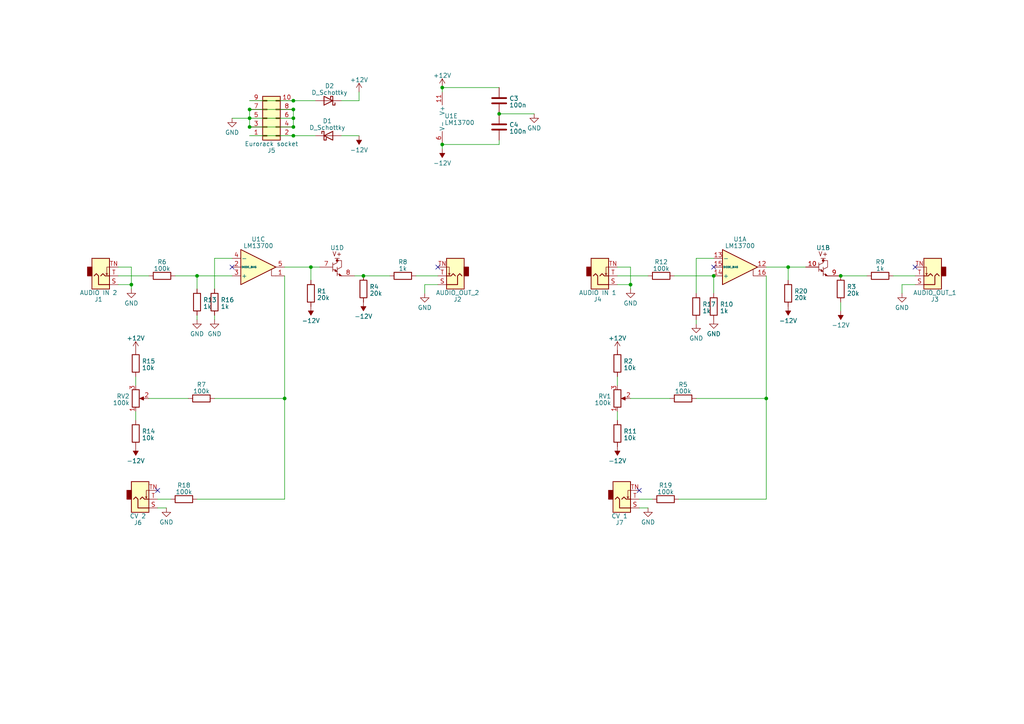
<source format=kicad_sch>
(kicad_sch (version 20230121) (generator eeschema)

  (uuid c23848a2-d966-4796-bc9c-92a3d85c9e97)

  (paper "A4")

  (lib_symbols
    (symbol "Amplifier_Operational:LM13700" (pin_names (offset 0.127)) (in_bom yes) (on_board yes)
      (property "Reference" "U" (at 3.81 5.08 0)
        (effects (font (size 1.27 1.27)))
      )
      (property "Value" "LM13700" (at 5.08 -5.08 0)
        (effects (font (size 1.27 1.27)))
      )
      (property "Footprint" "" (at -7.62 0.635 0)
        (effects (font (size 1.27 1.27)) hide)
      )
      (property "Datasheet" "http://www.ti.com/lit/ds/symlink/lm13700.pdf" (at -7.62 0.635 0)
        (effects (font (size 1.27 1.27)) hide)
      )
      (property "ki_locked" "" (at 0 0 0)
        (effects (font (size 1.27 1.27)))
      )
      (property "ki_keywords" "operational transconductance amplifier OTA" (at 0 0 0)
        (effects (font (size 1.27 1.27)) hide)
      )
      (property "ki_description" "Dual Operational Transconductance Amplifiers with Linearizing Diodes and Buffers, DIP-16/SOIC-16" (at 0 0 0)
        (effects (font (size 1.27 1.27)) hide)
      )
      (property "ki_fp_filters" "SOIC*3.9x9.9mm*P1.27mm* DIP*W7.62mm*" (at 0 0 0)
        (effects (font (size 1.27 1.27)) hide)
      )
      (symbol "LM13700_1_1"
        (polyline
          (pts
            (xy 3.81 -0.635)
            (xy 3.81 -2.54)
            (xy 5.08 -2.54)
          )
          (stroke (width 0) (type default))
          (fill (type none))
        )
        (polyline
          (pts
            (xy 5.08 0)
            (xy -5.08 -5.08)
            (xy -5.08 5.08)
            (xy 5.08 0)
          )
          (stroke (width 0.254) (type default))
          (fill (type background))
        )
        (pin output line (at 7.62 0 180) (length 2.54)
          (name "~" (effects (font (size 1.27 1.27))))
          (number "12" (effects (font (size 1.27 1.27))))
        )
        (pin input line (at -7.62 2.54 0) (length 2.54)
          (name "-" (effects (font (size 1.27 1.27))))
          (number "13" (effects (font (size 1.27 1.27))))
        )
        (pin input line (at -7.62 -2.54 0) (length 2.54)
          (name "+" (effects (font (size 1.27 1.27))))
          (number "14" (effects (font (size 1.27 1.27))))
        )
        (pin input line (at -7.62 0 0) (length 2.54)
          (name "DIODE_BIAS" (effects (font (size 0.508 0.508))))
          (number "15" (effects (font (size 1.27 1.27))))
        )
        (pin input line (at 7.62 -2.54 180) (length 2.54)
          (name "~" (effects (font (size 1.27 1.27))))
          (number "16" (effects (font (size 1.27 1.27))))
        )
      )
      (symbol "LM13700_2_0"
        (polyline
          (pts
            (xy -1.905 2.54)
            (xy -3.175 2.54)
          )
          (stroke (width 0) (type default))
          (fill (type none))
        )
      )
      (symbol "LM13700_2_1"
        (circle (center -2.54 1.905) (radius 0.254)
          (stroke (width 0.254) (type default))
          (fill (type outline))
        )
        (polyline
          (pts
            (xy -3.81 -0.635)
            (xy -2.54 -1.27)
          )
          (stroke (width 0) (type default))
          (fill (type none))
        )
        (polyline
          (pts
            (xy -3.81 1.27)
            (xy -3.81 -1.27)
          )
          (stroke (width 0) (type default))
          (fill (type none))
        )
        (polyline
          (pts
            (xy -2.54 -1.905)
            (xy -1.27 -2.54)
          )
          (stroke (width 0) (type default))
          (fill (type none))
        )
        (polyline
          (pts
            (xy -2.54 0)
            (xy -2.54 -2.54)
          )
          (stroke (width 0) (type default))
          (fill (type none))
        )
        (polyline
          (pts
            (xy -3.81 0.635)
            (xy -2.54 1.27)
            (xy -2.54 1.905)
            (xy -2.54 2.54)
          )
          (stroke (width 0) (type default))
          (fill (type none))
        )
        (polyline
          (pts
            (xy -2.54 -1.27)
            (xy -3.175 -0.635)
            (xy -3.175 -1.27)
            (xy -2.54 -1.27)
          )
          (stroke (width 0) (type default))
          (fill (type outline))
        )
        (polyline
          (pts
            (xy -2.54 -0.635)
            (xy -1.27 0)
            (xy -1.27 1.905)
            (xy -2.54 1.905)
          )
          (stroke (width 0) (type default))
          (fill (type none))
        )
        (polyline
          (pts
            (xy -1.27 -2.54)
            (xy -1.905 -1.905)
            (xy -1.905 -2.54)
            (xy -1.27 -2.54)
          )
          (stroke (width 0) (type default))
          (fill (type outline))
        )
        (text "V+" (at -2.54 3.81 0)
          (effects (font (size 1.27 1.27)))
        )
        (pin input line (at -7.62 0 0) (length 3.81)
          (name "~" (effects (font (size 1.27 1.27))))
          (number "10" (effects (font (size 1.27 1.27))))
        )
        (pin output line (at 2.54 -2.54 180) (length 3.81)
          (name "~" (effects (font (size 1.27 1.27))))
          (number "9" (effects (font (size 1.27 1.27))))
        )
      )
      (symbol "LM13700_3_1"
        (polyline
          (pts
            (xy 3.81 -0.635)
            (xy 3.81 -2.54)
            (xy 5.08 -2.54)
          )
          (stroke (width 0) (type default))
          (fill (type none))
        )
        (polyline
          (pts
            (xy 5.08 0)
            (xy -5.08 -5.08)
            (xy -5.08 5.08)
            (xy 5.08 0)
          )
          (stroke (width 0.254) (type default))
          (fill (type background))
        )
        (pin input line (at 7.62 -2.54 180) (length 2.54)
          (name "~" (effects (font (size 1.27 1.27))))
          (number "1" (effects (font (size 1.27 1.27))))
        )
        (pin input line (at -7.62 0 0) (length 2.54)
          (name "DIODE_BIAS" (effects (font (size 0.508 0.508))))
          (number "2" (effects (font (size 1.27 1.27))))
        )
        (pin input line (at -7.62 -2.54 0) (length 2.54)
          (name "+" (effects (font (size 1.27 1.27))))
          (number "3" (effects (font (size 1.27 1.27))))
        )
        (pin input line (at -7.62 2.54 0) (length 2.54)
          (name "-" (effects (font (size 1.27 1.27))))
          (number "4" (effects (font (size 1.27 1.27))))
        )
        (pin output line (at 7.62 0 180) (length 2.54)
          (name "~" (effects (font (size 1.27 1.27))))
          (number "5" (effects (font (size 1.27 1.27))))
        )
      )
      (symbol "LM13700_4_0"
        (polyline
          (pts
            (xy -3.175 2.54)
            (xy -1.905 2.54)
          )
          (stroke (width 0) (type default))
          (fill (type none))
        )
        (text "V+" (at -2.54 3.81 0)
          (effects (font (size 1.27 1.27)))
        )
      )
      (symbol "LM13700_4_1"
        (circle (center -2.54 1.905) (radius 0.254)
          (stroke (width 0.254) (type default))
          (fill (type outline))
        )
        (polyline
          (pts
            (xy -3.81 -0.635)
            (xy -2.54 -1.27)
          )
          (stroke (width 0) (type default))
          (fill (type none))
        )
        (polyline
          (pts
            (xy -3.81 1.27)
            (xy -3.81 -1.27)
          )
          (stroke (width 0) (type default))
          (fill (type none))
        )
        (polyline
          (pts
            (xy -2.54 -1.905)
            (xy -1.27 -2.54)
          )
          (stroke (width 0) (type default))
          (fill (type none))
        )
        (polyline
          (pts
            (xy -2.54 0)
            (xy -2.54 -2.54)
          )
          (stroke (width 0) (type default))
          (fill (type none))
        )
        (polyline
          (pts
            (xy -3.81 0.635)
            (xy -2.54 1.27)
            (xy -2.54 2.54)
          )
          (stroke (width 0) (type default))
          (fill (type none))
        )
        (polyline
          (pts
            (xy -2.54 -1.27)
            (xy -3.175 -0.635)
            (xy -3.175 -1.27)
            (xy -2.54 -1.27)
          )
          (stroke (width 0) (type default))
          (fill (type outline))
        )
        (polyline
          (pts
            (xy -2.54 -0.635)
            (xy -1.27 0)
            (xy -1.27 1.905)
            (xy -2.54 1.905)
          )
          (stroke (width 0) (type default))
          (fill (type none))
        )
        (polyline
          (pts
            (xy -1.27 -2.54)
            (xy -1.905 -1.905)
            (xy -1.905 -2.54)
            (xy -1.27 -2.54)
          )
          (stroke (width 0) (type default))
          (fill (type outline))
        )
        (pin input line (at -7.62 0 0) (length 3.81)
          (name "~" (effects (font (size 1.27 1.27))))
          (number "7" (effects (font (size 1.27 1.27))))
        )
        (pin output line (at 2.54 -2.54 180) (length 3.81)
          (name "~" (effects (font (size 1.27 1.27))))
          (number "8" (effects (font (size 1.27 1.27))))
        )
      )
      (symbol "LM13700_5_1"
        (pin power_in line (at -2.54 7.62 270) (length 3.81)
          (name "V+" (effects (font (size 1.27 1.27))))
          (number "11" (effects (font (size 1.27 1.27))))
        )
        (pin power_in line (at -2.54 -7.62 90) (length 3.81)
          (name "V-" (effects (font (size 1.27 1.27))))
          (number "6" (effects (font (size 1.27 1.27))))
        )
      )
    )
    (symbol "Connector_Audio:AudioJack2_SwitchT" (in_bom yes) (on_board yes)
      (property "Reference" "J" (at 0 8.89 0)
        (effects (font (size 1.27 1.27)))
      )
      (property "Value" "AudioJack2_SwitchT" (at 0 6.35 0)
        (effects (font (size 1.27 1.27)))
      )
      (property "Footprint" "" (at 0 0 0)
        (effects (font (size 1.27 1.27)) hide)
      )
      (property "Datasheet" "~" (at 0 0 0)
        (effects (font (size 1.27 1.27)) hide)
      )
      (property "ki_keywords" "audio jack receptacle mono headphones phone TS connector" (at 0 0 0)
        (effects (font (size 1.27 1.27)) hide)
      )
      (property "ki_description" "Audio Jack, 2 Poles (Mono / TS), Switched T Pole (Normalling)" (at 0 0 0)
        (effects (font (size 1.27 1.27)) hide)
      )
      (property "ki_fp_filters" "Jack*" (at 0 0 0)
        (effects (font (size 1.27 1.27)) hide)
      )
      (symbol "AudioJack2_SwitchT_0_1"
        (rectangle (start -2.54 0) (end -3.81 -2.54)
          (stroke (width 0.254) (type default))
          (fill (type outline))
        )
        (polyline
          (pts
            (xy 1.778 -0.254)
            (xy 2.032 -0.762)
          )
          (stroke (width 0) (type default))
          (fill (type none))
        )
        (polyline
          (pts
            (xy 0 0)
            (xy 0.635 -0.635)
            (xy 1.27 0)
            (xy 2.54 0)
          )
          (stroke (width 0.254) (type default))
          (fill (type none))
        )
        (polyline
          (pts
            (xy 2.54 -2.54)
            (xy 1.778 -2.54)
            (xy 1.778 -0.254)
            (xy 1.524 -0.762)
          )
          (stroke (width 0) (type default))
          (fill (type none))
        )
        (polyline
          (pts
            (xy 2.54 2.54)
            (xy -0.635 2.54)
            (xy -0.635 0)
            (xy -1.27 -0.635)
            (xy -1.905 0)
          )
          (stroke (width 0.254) (type default))
          (fill (type none))
        )
        (rectangle (start 2.54 3.81) (end -2.54 -5.08)
          (stroke (width 0.254) (type default))
          (fill (type background))
        )
      )
      (symbol "AudioJack2_SwitchT_1_1"
        (pin passive line (at 5.08 2.54 180) (length 2.54)
          (name "~" (effects (font (size 1.27 1.27))))
          (number "S" (effects (font (size 1.27 1.27))))
        )
        (pin passive line (at 5.08 0 180) (length 2.54)
          (name "~" (effects (font (size 1.27 1.27))))
          (number "T" (effects (font (size 1.27 1.27))))
        )
        (pin passive line (at 5.08 -2.54 180) (length 2.54)
          (name "~" (effects (font (size 1.27 1.27))))
          (number "TN" (effects (font (size 1.27 1.27))))
        )
      )
    )
    (symbol "Connector_Generic:Conn_02x05_Odd_Even" (pin_names (offset 1.016) hide) (in_bom yes) (on_board yes)
      (property "Reference" "J" (at 1.27 7.62 0)
        (effects (font (size 1.27 1.27)))
      )
      (property "Value" "Conn_02x05_Odd_Even" (at 1.27 -7.62 0)
        (effects (font (size 1.27 1.27)))
      )
      (property "Footprint" "" (at 0 0 0)
        (effects (font (size 1.27 1.27)) hide)
      )
      (property "Datasheet" "~" (at 0 0 0)
        (effects (font (size 1.27 1.27)) hide)
      )
      (property "ki_keywords" "connector" (at 0 0 0)
        (effects (font (size 1.27 1.27)) hide)
      )
      (property "ki_description" "Generic connector, double row, 02x05, odd/even pin numbering scheme (row 1 odd numbers, row 2 even numbers), script generated (kicad-library-utils/schlib/autogen/connector/)" (at 0 0 0)
        (effects (font (size 1.27 1.27)) hide)
      )
      (property "ki_fp_filters" "Connector*:*_2x??_*" (at 0 0 0)
        (effects (font (size 1.27 1.27)) hide)
      )
      (symbol "Conn_02x05_Odd_Even_1_1"
        (rectangle (start -1.27 -4.953) (end 0 -5.207)
          (stroke (width 0.1524) (type default))
          (fill (type none))
        )
        (rectangle (start -1.27 -2.413) (end 0 -2.667)
          (stroke (width 0.1524) (type default))
          (fill (type none))
        )
        (rectangle (start -1.27 0.127) (end 0 -0.127)
          (stroke (width 0.1524) (type default))
          (fill (type none))
        )
        (rectangle (start -1.27 2.667) (end 0 2.413)
          (stroke (width 0.1524) (type default))
          (fill (type none))
        )
        (rectangle (start -1.27 5.207) (end 0 4.953)
          (stroke (width 0.1524) (type default))
          (fill (type none))
        )
        (rectangle (start -1.27 6.35) (end 3.81 -6.35)
          (stroke (width 0.254) (type default))
          (fill (type background))
        )
        (rectangle (start 3.81 -4.953) (end 2.54 -5.207)
          (stroke (width 0.1524) (type default))
          (fill (type none))
        )
        (rectangle (start 3.81 -2.413) (end 2.54 -2.667)
          (stroke (width 0.1524) (type default))
          (fill (type none))
        )
        (rectangle (start 3.81 0.127) (end 2.54 -0.127)
          (stroke (width 0.1524) (type default))
          (fill (type none))
        )
        (rectangle (start 3.81 2.667) (end 2.54 2.413)
          (stroke (width 0.1524) (type default))
          (fill (type none))
        )
        (rectangle (start 3.81 5.207) (end 2.54 4.953)
          (stroke (width 0.1524) (type default))
          (fill (type none))
        )
        (pin passive line (at -5.08 5.08 0) (length 3.81)
          (name "Pin_1" (effects (font (size 1.27 1.27))))
          (number "1" (effects (font (size 1.27 1.27))))
        )
        (pin passive line (at 7.62 -5.08 180) (length 3.81)
          (name "Pin_10" (effects (font (size 1.27 1.27))))
          (number "10" (effects (font (size 1.27 1.27))))
        )
        (pin passive line (at 7.62 5.08 180) (length 3.81)
          (name "Pin_2" (effects (font (size 1.27 1.27))))
          (number "2" (effects (font (size 1.27 1.27))))
        )
        (pin passive line (at -5.08 2.54 0) (length 3.81)
          (name "Pin_3" (effects (font (size 1.27 1.27))))
          (number "3" (effects (font (size 1.27 1.27))))
        )
        (pin passive line (at 7.62 2.54 180) (length 3.81)
          (name "Pin_4" (effects (font (size 1.27 1.27))))
          (number "4" (effects (font (size 1.27 1.27))))
        )
        (pin passive line (at -5.08 0 0) (length 3.81)
          (name "Pin_5" (effects (font (size 1.27 1.27))))
          (number "5" (effects (font (size 1.27 1.27))))
        )
        (pin passive line (at 7.62 0 180) (length 3.81)
          (name "Pin_6" (effects (font (size 1.27 1.27))))
          (number "6" (effects (font (size 1.27 1.27))))
        )
        (pin passive line (at -5.08 -2.54 0) (length 3.81)
          (name "Pin_7" (effects (font (size 1.27 1.27))))
          (number "7" (effects (font (size 1.27 1.27))))
        )
        (pin passive line (at 7.62 -2.54 180) (length 3.81)
          (name "Pin_8" (effects (font (size 1.27 1.27))))
          (number "8" (effects (font (size 1.27 1.27))))
        )
        (pin passive line (at -5.08 -5.08 0) (length 3.81)
          (name "Pin_9" (effects (font (size 1.27 1.27))))
          (number "9" (effects (font (size 1.27 1.27))))
        )
      )
    )
    (symbol "Device:C" (pin_numbers hide) (pin_names (offset 0.254)) (in_bom yes) (on_board yes)
      (property "Reference" "C" (at 0.635 2.54 0)
        (effects (font (size 1.27 1.27)) (justify left))
      )
      (property "Value" "C" (at 0.635 -2.54 0)
        (effects (font (size 1.27 1.27)) (justify left))
      )
      (property "Footprint" "" (at 0.9652 -3.81 0)
        (effects (font (size 1.27 1.27)) hide)
      )
      (property "Datasheet" "~" (at 0 0 0)
        (effects (font (size 1.27 1.27)) hide)
      )
      (property "ki_keywords" "cap capacitor" (at 0 0 0)
        (effects (font (size 1.27 1.27)) hide)
      )
      (property "ki_description" "Unpolarized capacitor" (at 0 0 0)
        (effects (font (size 1.27 1.27)) hide)
      )
      (property "ki_fp_filters" "C_*" (at 0 0 0)
        (effects (font (size 1.27 1.27)) hide)
      )
      (symbol "C_0_1"
        (polyline
          (pts
            (xy -2.032 -0.762)
            (xy 2.032 -0.762)
          )
          (stroke (width 0.508) (type default))
          (fill (type none))
        )
        (polyline
          (pts
            (xy -2.032 0.762)
            (xy 2.032 0.762)
          )
          (stroke (width 0.508) (type default))
          (fill (type none))
        )
      )
      (symbol "C_1_1"
        (pin passive line (at 0 3.81 270) (length 2.794)
          (name "~" (effects (font (size 1.27 1.27))))
          (number "1" (effects (font (size 1.27 1.27))))
        )
        (pin passive line (at 0 -3.81 90) (length 2.794)
          (name "~" (effects (font (size 1.27 1.27))))
          (number "2" (effects (font (size 1.27 1.27))))
        )
      )
    )
    (symbol "Device:D_Schottky" (pin_numbers hide) (pin_names (offset 1.016) hide) (in_bom yes) (on_board yes)
      (property "Reference" "D" (at 0 2.54 0)
        (effects (font (size 1.27 1.27)))
      )
      (property "Value" "D_Schottky" (at 0 -2.54 0)
        (effects (font (size 1.27 1.27)))
      )
      (property "Footprint" "" (at 0 0 0)
        (effects (font (size 1.27 1.27)) hide)
      )
      (property "Datasheet" "~" (at 0 0 0)
        (effects (font (size 1.27 1.27)) hide)
      )
      (property "ki_keywords" "diode Schottky" (at 0 0 0)
        (effects (font (size 1.27 1.27)) hide)
      )
      (property "ki_description" "Schottky diode" (at 0 0 0)
        (effects (font (size 1.27 1.27)) hide)
      )
      (property "ki_fp_filters" "TO-???* *_Diode_* *SingleDiode* D_*" (at 0 0 0)
        (effects (font (size 1.27 1.27)) hide)
      )
      (symbol "D_Schottky_0_1"
        (polyline
          (pts
            (xy 1.27 0)
            (xy -1.27 0)
          )
          (stroke (width 0) (type default))
          (fill (type none))
        )
        (polyline
          (pts
            (xy 1.27 1.27)
            (xy 1.27 -1.27)
            (xy -1.27 0)
            (xy 1.27 1.27)
          )
          (stroke (width 0.254) (type default))
          (fill (type none))
        )
        (polyline
          (pts
            (xy -1.905 0.635)
            (xy -1.905 1.27)
            (xy -1.27 1.27)
            (xy -1.27 -1.27)
            (xy -0.635 -1.27)
            (xy -0.635 -0.635)
          )
          (stroke (width 0.254) (type default))
          (fill (type none))
        )
      )
      (symbol "D_Schottky_1_1"
        (pin passive line (at -3.81 0 0) (length 2.54)
          (name "K" (effects (font (size 1.27 1.27))))
          (number "1" (effects (font (size 1.27 1.27))))
        )
        (pin passive line (at 3.81 0 180) (length 2.54)
          (name "A" (effects (font (size 1.27 1.27))))
          (number "2" (effects (font (size 1.27 1.27))))
        )
      )
    )
    (symbol "Device:R" (pin_numbers hide) (pin_names (offset 0)) (in_bom yes) (on_board yes)
      (property "Reference" "R" (at 2.032 0 90)
        (effects (font (size 1.27 1.27)))
      )
      (property "Value" "R" (at 0 0 90)
        (effects (font (size 1.27 1.27)))
      )
      (property "Footprint" "" (at -1.778 0 90)
        (effects (font (size 1.27 1.27)) hide)
      )
      (property "Datasheet" "~" (at 0 0 0)
        (effects (font (size 1.27 1.27)) hide)
      )
      (property "ki_keywords" "R res resistor" (at 0 0 0)
        (effects (font (size 1.27 1.27)) hide)
      )
      (property "ki_description" "Resistor" (at 0 0 0)
        (effects (font (size 1.27 1.27)) hide)
      )
      (property "ki_fp_filters" "R_*" (at 0 0 0)
        (effects (font (size 1.27 1.27)) hide)
      )
      (symbol "R_0_1"
        (rectangle (start -1.016 -2.54) (end 1.016 2.54)
          (stroke (width 0.254) (type default))
          (fill (type none))
        )
      )
      (symbol "R_1_1"
        (pin passive line (at 0 3.81 270) (length 1.27)
          (name "~" (effects (font (size 1.27 1.27))))
          (number "1" (effects (font (size 1.27 1.27))))
        )
        (pin passive line (at 0 -3.81 90) (length 1.27)
          (name "~" (effects (font (size 1.27 1.27))))
          (number "2" (effects (font (size 1.27 1.27))))
        )
      )
    )
    (symbol "Device:R_Potentiometer" (pin_names (offset 1.016) hide) (in_bom yes) (on_board yes)
      (property "Reference" "RV" (at -4.445 0 90)
        (effects (font (size 1.27 1.27)))
      )
      (property "Value" "R_Potentiometer" (at -2.54 0 90)
        (effects (font (size 1.27 1.27)))
      )
      (property "Footprint" "" (at 0 0 0)
        (effects (font (size 1.27 1.27)) hide)
      )
      (property "Datasheet" "~" (at 0 0 0)
        (effects (font (size 1.27 1.27)) hide)
      )
      (property "ki_keywords" "resistor variable" (at 0 0 0)
        (effects (font (size 1.27 1.27)) hide)
      )
      (property "ki_description" "Potentiometer" (at 0 0 0)
        (effects (font (size 1.27 1.27)) hide)
      )
      (property "ki_fp_filters" "Potentiometer*" (at 0 0 0)
        (effects (font (size 1.27 1.27)) hide)
      )
      (symbol "R_Potentiometer_0_1"
        (polyline
          (pts
            (xy 2.54 0)
            (xy 1.524 0)
          )
          (stroke (width 0) (type default))
          (fill (type none))
        )
        (polyline
          (pts
            (xy 1.143 0)
            (xy 2.286 0.508)
            (xy 2.286 -0.508)
            (xy 1.143 0)
          )
          (stroke (width 0) (type default))
          (fill (type outline))
        )
        (rectangle (start 1.016 2.54) (end -1.016 -2.54)
          (stroke (width 0.254) (type default))
          (fill (type none))
        )
      )
      (symbol "R_Potentiometer_1_1"
        (pin passive line (at 0 3.81 270) (length 1.27)
          (name "1" (effects (font (size 1.27 1.27))))
          (number "1" (effects (font (size 1.27 1.27))))
        )
        (pin passive line (at 3.81 0 180) (length 1.27)
          (name "2" (effects (font (size 1.27 1.27))))
          (number "2" (effects (font (size 1.27 1.27))))
        )
        (pin passive line (at 0 -3.81 90) (length 1.27)
          (name "3" (effects (font (size 1.27 1.27))))
          (number "3" (effects (font (size 1.27 1.27))))
        )
      )
    )
    (symbol "power:+12V" (power) (pin_names (offset 0)) (in_bom yes) (on_board yes)
      (property "Reference" "#PWR" (at 0 -3.81 0)
        (effects (font (size 1.27 1.27)) hide)
      )
      (property "Value" "+12V" (at 0 3.556 0)
        (effects (font (size 1.27 1.27)))
      )
      (property "Footprint" "" (at 0 0 0)
        (effects (font (size 1.27 1.27)) hide)
      )
      (property "Datasheet" "" (at 0 0 0)
        (effects (font (size 1.27 1.27)) hide)
      )
      (property "ki_keywords" "global power" (at 0 0 0)
        (effects (font (size 1.27 1.27)) hide)
      )
      (property "ki_description" "Power symbol creates a global label with name \"+12V\"" (at 0 0 0)
        (effects (font (size 1.27 1.27)) hide)
      )
      (symbol "+12V_0_1"
        (polyline
          (pts
            (xy -0.762 1.27)
            (xy 0 2.54)
          )
          (stroke (width 0) (type default))
          (fill (type none))
        )
        (polyline
          (pts
            (xy 0 0)
            (xy 0 2.54)
          )
          (stroke (width 0) (type default))
          (fill (type none))
        )
        (polyline
          (pts
            (xy 0 2.54)
            (xy 0.762 1.27)
          )
          (stroke (width 0) (type default))
          (fill (type none))
        )
      )
      (symbol "+12V_1_1"
        (pin power_in line (at 0 0 90) (length 0) hide
          (name "+12V" (effects (font (size 1.27 1.27))))
          (number "1" (effects (font (size 1.27 1.27))))
        )
      )
    )
    (symbol "power:-12V" (power) (pin_names (offset 0)) (in_bom yes) (on_board yes)
      (property "Reference" "#PWR" (at 0 2.54 0)
        (effects (font (size 1.27 1.27)) hide)
      )
      (property "Value" "-12V" (at 0 3.81 0)
        (effects (font (size 1.27 1.27)))
      )
      (property "Footprint" "" (at 0 0 0)
        (effects (font (size 1.27 1.27)) hide)
      )
      (property "Datasheet" "" (at 0 0 0)
        (effects (font (size 1.27 1.27)) hide)
      )
      (property "ki_keywords" "global power" (at 0 0 0)
        (effects (font (size 1.27 1.27)) hide)
      )
      (property "ki_description" "Power symbol creates a global label with name \"-12V\"" (at 0 0 0)
        (effects (font (size 1.27 1.27)) hide)
      )
      (symbol "-12V_0_0"
        (pin power_in line (at 0 0 90) (length 0) hide
          (name "-12V" (effects (font (size 1.27 1.27))))
          (number "1" (effects (font (size 1.27 1.27))))
        )
      )
      (symbol "-12V_0_1"
        (polyline
          (pts
            (xy 0 0)
            (xy 0 1.27)
            (xy 0.762 1.27)
            (xy 0 2.54)
            (xy -0.762 1.27)
            (xy 0 1.27)
          )
          (stroke (width 0) (type default))
          (fill (type outline))
        )
      )
    )
    (symbol "power:GND" (power) (pin_names (offset 0)) (in_bom yes) (on_board yes)
      (property "Reference" "#PWR" (at 0 -6.35 0)
        (effects (font (size 1.27 1.27)) hide)
      )
      (property "Value" "GND" (at 0 -3.81 0)
        (effects (font (size 1.27 1.27)))
      )
      (property "Footprint" "" (at 0 0 0)
        (effects (font (size 1.27 1.27)) hide)
      )
      (property "Datasheet" "" (at 0 0 0)
        (effects (font (size 1.27 1.27)) hide)
      )
      (property "ki_keywords" "global power" (at 0 0 0)
        (effects (font (size 1.27 1.27)) hide)
      )
      (property "ki_description" "Power symbol creates a global label with name \"GND\" , ground" (at 0 0 0)
        (effects (font (size 1.27 1.27)) hide)
      )
      (symbol "GND_0_1"
        (polyline
          (pts
            (xy 0 0)
            (xy 0 -1.27)
            (xy 1.27 -1.27)
            (xy 0 -2.54)
            (xy -1.27 -1.27)
            (xy 0 -1.27)
          )
          (stroke (width 0) (type default))
          (fill (type none))
        )
      )
      (symbol "GND_1_1"
        (pin power_in line (at 0 0 270) (length 0) hide
          (name "GND" (effects (font (size 1.27 1.27))))
          (number "1" (effects (font (size 1.27 1.27))))
        )
      )
    )
  )

  (junction (at 82.55 115.57) (diameter 0) (color 0 0 0 0)
    (uuid 00813e62-c975-4c2b-8165-6d50289f1b9d)
  )
  (junction (at 85.09 39.37) (diameter 0) (color 0 0 0 0)
    (uuid 13df25ce-650e-4011-8ada-7f7cc79d777a)
  )
  (junction (at 182.88 82.55) (diameter 0) (color 0 0 0 0)
    (uuid 3b886895-b573-42b0-8564-12a36a43e9d1)
  )
  (junction (at 57.15 80.01) (diameter 0) (color 0 0 0 0)
    (uuid 43023ad4-12e0-4050-b0a1-8e7e34a0b6c0)
  )
  (junction (at 128.27 41.91) (diameter 0) (color 0 0 0 0)
    (uuid 59152fd6-a285-4fca-b2e6-40b37186960b)
  )
  (junction (at 72.39 34.29) (diameter 0) (color 0 0 0 0)
    (uuid 5953c045-2c11-4451-9330-c311407e3653)
  )
  (junction (at 72.39 31.75) (diameter 0) (color 0 0 0 0)
    (uuid 8c557e38-c3cd-466b-bb83-2be2cd4db67d)
  )
  (junction (at 85.09 34.29) (diameter 0) (color 0 0 0 0)
    (uuid 90b45293-f61c-457b-8390-198f8f462565)
  )
  (junction (at 144.78 33.02) (diameter 0) (color 0 0 0 0)
    (uuid 953a409a-f326-4ebc-8820-520a9493a0fe)
  )
  (junction (at 72.39 36.83) (diameter 0) (color 0 0 0 0)
    (uuid 9c11c662-444f-47f5-a0d5-f8866cae36f3)
  )
  (junction (at 85.09 29.21) (diameter 0) (color 0 0 0 0)
    (uuid a163f26d-7a96-45ed-b960-4814daadea5f)
  )
  (junction (at 228.6 77.47) (diameter 0) (color 0 0 0 0)
    (uuid be6c4b4a-8e23-46fd-a651-9f11d437181b)
  )
  (junction (at 105.41 80.01) (diameter 0) (color 0 0 0 0)
    (uuid c688d7cd-6af3-4d52-ac43-db2c5db8539c)
  )
  (junction (at 90.17 77.47) (diameter 0) (color 0 0 0 0)
    (uuid cb973b80-b2c4-4f2a-bf85-d0002c99b7a1)
  )
  (junction (at 85.09 31.75) (diameter 0) (color 0 0 0 0)
    (uuid cd8aa01c-7593-4a16-afcb-cf3fee4550ed)
  )
  (junction (at 38.1 82.55) (diameter 0) (color 0 0 0 0)
    (uuid e12cd273-96eb-4b1b-9ac3-08361ba8ed9c)
  )
  (junction (at 222.25 115.57) (diameter 0) (color 0 0 0 0)
    (uuid e185f161-9ff6-492d-8b0e-c552f2c6cc5a)
  )
  (junction (at 128.27 25.4) (diameter 0) (color 0 0 0 0)
    (uuid e3436cd4-31eb-422a-87ef-8aaa270599e3)
  )
  (junction (at 243.84 80.01) (diameter 0) (color 0 0 0 0)
    (uuid ead37874-5944-48cc-ab27-e05e1092cb5c)
  )
  (junction (at 85.09 36.83) (diameter 0) (color 0 0 0 0)
    (uuid eb91ee5f-8638-4207-8c15-b5e16de3e66a)
  )
  (junction (at 207.01 80.01) (diameter 0) (color 0 0 0 0)
    (uuid ffebf693-a80e-49da-b49b-3b0b7dd88aa8)
  )

  (no_connect (at 127 77.47) (uuid 018d4d80-52ac-4a7f-b349-6aeb571652bb))
  (no_connect (at 207.01 77.47) (uuid 3f4f2e49-f9a6-46ec-8ff7-9fcf9fc28ac1))
  (no_connect (at 265.43 77.47) (uuid 64ab7345-3040-477a-9b42-8ab0efc5b665))
  (no_connect (at 45.72 142.24) (uuid d1e4b376-ac38-4b25-9ff3-5dd6d6ac6f7c))
  (no_connect (at 67.31 77.47) (uuid d71d30e8-535a-4f89-bca4-f6c39d1f22b0))
  (no_connect (at 185.42 142.24) (uuid f341eb2d-78d5-42cf-8e8d-45c0bb530f39))

  (wire (pts (xy 105.41 80.01) (xy 113.03 80.01))
    (stroke (width 0) (type default))
    (uuid 03868393-7dc1-4610-ab9e-7f652a921df7)
  )
  (wire (pts (xy 201.93 115.57) (xy 222.25 115.57))
    (stroke (width 0) (type default))
    (uuid 0901b703-e07a-4020-b5bb-2880260d88a3)
  )
  (wire (pts (xy 195.58 80.01) (xy 207.01 80.01))
    (stroke (width 0) (type default))
    (uuid 09e90b85-ec6e-445d-a0ed-c747939c737c)
  )
  (wire (pts (xy 179.07 109.22) (xy 179.07 111.76))
    (stroke (width 0) (type default))
    (uuid 0d535444-23a3-4763-8027-92ecc3b3b2aa)
  )
  (wire (pts (xy 196.85 144.78) (xy 222.25 144.78))
    (stroke (width 0) (type default))
    (uuid 104ec1c2-ec2c-41fb-bb0a-390c496490cf)
  )
  (wire (pts (xy 228.6 77.47) (xy 233.68 77.47))
    (stroke (width 0) (type default))
    (uuid 143e196a-c5e6-461a-8e5c-6f58229a05ea)
  )
  (wire (pts (xy 62.23 115.57) (xy 82.55 115.57))
    (stroke (width 0) (type default))
    (uuid 1619dab2-4ba7-4a54-a1cf-cca57a71440d)
  )
  (wire (pts (xy 261.62 82.55) (xy 261.62 85.09))
    (stroke (width 0) (type default))
    (uuid 184f1056-e34c-4eb0-975c-37eb0572fbde)
  )
  (wire (pts (xy 222.25 80.01) (xy 222.25 115.57))
    (stroke (width 0) (type default))
    (uuid 1e3f7ab7-ab2d-4c6b-9ab0-c29f287419cf)
  )
  (wire (pts (xy 201.93 92.71) (xy 201.93 93.98))
    (stroke (width 0) (type default))
    (uuid 22a7cceb-4d8e-4dbc-be12-b4cde445376f)
  )
  (wire (pts (xy 144.78 41.91) (xy 144.78 40.64))
    (stroke (width 0) (type default))
    (uuid 23d0803f-166f-4280-a79a-b75094fe39a1)
  )
  (wire (pts (xy 57.15 80.01) (xy 67.31 80.01))
    (stroke (width 0) (type default))
    (uuid 2a900343-36f5-43b7-9cc0-be22781abca4)
  )
  (wire (pts (xy 62.23 91.44) (xy 62.23 92.71))
    (stroke (width 0) (type default))
    (uuid 2cd4e382-e903-46c5-82cd-97faa7b391e8)
  )
  (wire (pts (xy 72.39 34.29) (xy 85.09 34.29))
    (stroke (width 0) (type default))
    (uuid 389c9f7a-2abf-4c2d-bc75-d55bbb41e06c)
  )
  (wire (pts (xy 72.39 36.83) (xy 85.09 36.83))
    (stroke (width 0) (type default))
    (uuid 3ad8dc35-7f15-4be2-96e2-e221fc8b6c86)
  )
  (wire (pts (xy 82.55 77.47) (xy 90.17 77.47))
    (stroke (width 0) (type default))
    (uuid 3e3e0476-67a1-4fd8-826e-0052df1e76ef)
  )
  (wire (pts (xy 99.06 29.21) (xy 104.14 29.21))
    (stroke (width 0) (type default))
    (uuid 4364d3dc-aadc-4e09-8edf-f7963fd17a03)
  )
  (wire (pts (xy 57.15 80.01) (xy 57.15 83.82))
    (stroke (width 0) (type default))
    (uuid 4c235baa-ada8-444f-9efb-cb358172e298)
  )
  (wire (pts (xy 144.78 33.02) (xy 154.94 33.02))
    (stroke (width 0) (type default))
    (uuid 4dd449c7-3864-46be-a103-fc39572adbd9)
  )
  (wire (pts (xy 72.39 39.37) (xy 85.09 39.37))
    (stroke (width 0) (type default))
    (uuid 4ec38aad-1bb2-4a08-8812-5fae9c1a838f)
  )
  (wire (pts (xy 104.14 29.21) (xy 104.14 26.67))
    (stroke (width 0) (type default))
    (uuid 50925b74-6a46-4954-bf14-736bad7310ed)
  )
  (wire (pts (xy 128.27 25.4) (xy 144.78 25.4))
    (stroke (width 0) (type default))
    (uuid 50f824e4-c30a-416d-adba-21f52c161408)
  )
  (wire (pts (xy 128.27 43.18) (xy 128.27 41.91))
    (stroke (width 0) (type default))
    (uuid 512cc5c0-f074-4956-8daf-08873fecee48)
  )
  (wire (pts (xy 82.55 80.01) (xy 82.55 115.57))
    (stroke (width 0) (type default))
    (uuid 57427fc2-266a-41c2-b59e-7feb3904d002)
  )
  (wire (pts (xy 57.15 91.44) (xy 57.15 92.71))
    (stroke (width 0) (type default))
    (uuid 574ca3cc-cee6-4bd1-a4cb-6ff4cf08ba2c)
  )
  (wire (pts (xy 38.1 77.47) (xy 38.1 82.55))
    (stroke (width 0) (type default))
    (uuid 5aff899b-ec34-4aed-adcb-43081a326dbe)
  )
  (wire (pts (xy 85.09 34.29) (xy 85.09 36.83))
    (stroke (width 0) (type default))
    (uuid 5b2e8d40-b1b7-4357-a6bf-48fd1060000f)
  )
  (wire (pts (xy 82.55 144.78) (xy 82.55 115.57))
    (stroke (width 0) (type default))
    (uuid 5d5cf915-859b-4e1c-856f-59d9cc66a8cd)
  )
  (wire (pts (xy 72.39 29.21) (xy 85.09 29.21))
    (stroke (width 0) (type default))
    (uuid 5e4a6221-c079-4265-97f3-06676ea3a815)
  )
  (wire (pts (xy 201.93 74.93) (xy 201.93 85.09))
    (stroke (width 0) (type default))
    (uuid 63e0ffd5-d30f-4de7-b1ae-dc9aa390998c)
  )
  (wire (pts (xy 62.23 74.93) (xy 62.23 83.82))
    (stroke (width 0) (type default))
    (uuid 6ba6fc8d-8398-4e42-b239-cde57e888533)
  )
  (wire (pts (xy 179.07 80.01) (xy 187.96 80.01))
    (stroke (width 0) (type default))
    (uuid 6c7a164a-d47a-459f-9690-ea4f1db29529)
  )
  (wire (pts (xy 85.09 29.21) (xy 91.44 29.21))
    (stroke (width 0) (type default))
    (uuid 71894ea3-4ea8-4e3a-a105-d8c7a8a8d813)
  )
  (wire (pts (xy 243.84 87.63) (xy 243.84 90.17))
    (stroke (width 0) (type default))
    (uuid 73525d42-8fe6-41d0-86c7-18d11b0b02b5)
  )
  (wire (pts (xy 38.1 82.55) (xy 38.1 83.82))
    (stroke (width 0) (type default))
    (uuid 755007fa-7379-40b7-8dae-e8cb19d02fab)
  )
  (wire (pts (xy 34.29 77.47) (xy 38.1 77.47))
    (stroke (width 0) (type default))
    (uuid 764b4a0a-dfe5-4456-a7bb-0bb7e211f60c)
  )
  (wire (pts (xy 222.25 77.47) (xy 228.6 77.47))
    (stroke (width 0) (type default))
    (uuid 788d0d9b-697c-411c-8531-c73e5cf55f20)
  )
  (wire (pts (xy 179.07 119.38) (xy 179.07 121.92))
    (stroke (width 0) (type default))
    (uuid 7c0876c0-a863-4485-947a-3f083de24acd)
  )
  (wire (pts (xy 90.17 77.47) (xy 92.71 77.47))
    (stroke (width 0) (type default))
    (uuid 7eb3a217-65dc-44cc-9b5a-c83d2a83cf55)
  )
  (wire (pts (xy 182.88 115.57) (xy 194.31 115.57))
    (stroke (width 0) (type default))
    (uuid 82f9ca03-db9e-4787-a6a5-00e6857fe362)
  )
  (wire (pts (xy 45.72 144.78) (xy 49.53 144.78))
    (stroke (width 0) (type default))
    (uuid 8746fd66-1b3d-48be-952d-c668d8a9b0f3)
  )
  (wire (pts (xy 207.01 74.93) (xy 201.93 74.93))
    (stroke (width 0) (type default))
    (uuid 877e3506-7628-45fc-9c3b-4a37cbd3775f)
  )
  (wire (pts (xy 127 82.55) (xy 123.19 82.55))
    (stroke (width 0) (type default))
    (uuid 8a8d3608-71ed-475b-9755-5562a1283739)
  )
  (wire (pts (xy 222.25 144.78) (xy 222.25 115.57))
    (stroke (width 0) (type default))
    (uuid 8bf90871-0769-480c-8648-4f486a399c88)
  )
  (wire (pts (xy 85.09 31.75) (xy 85.09 34.29))
    (stroke (width 0) (type default))
    (uuid 9085c38f-ae2d-40bc-b54e-8cccbbecfbdd)
  )
  (wire (pts (xy 50.8 80.01) (xy 57.15 80.01))
    (stroke (width 0) (type default))
    (uuid 91ca3b75-c106-40a0-8a57-9d7e81fbbc32)
  )
  (wire (pts (xy 265.43 82.55) (xy 261.62 82.55))
    (stroke (width 0) (type default))
    (uuid 92349b12-48be-4e19-aa96-bf90cbb0503d)
  )
  (wire (pts (xy 182.88 77.47) (xy 182.88 82.55))
    (stroke (width 0) (type default))
    (uuid 95f14dde-7a13-44ef-9cd9-4fa3c76ca086)
  )
  (wire (pts (xy 179.07 77.47) (xy 182.88 77.47))
    (stroke (width 0) (type default))
    (uuid 973f9253-a7e9-4068-9429-3791409bc405)
  )
  (wire (pts (xy 85.09 39.37) (xy 91.44 39.37))
    (stroke (width 0) (type default))
    (uuid 99e8a57a-3e43-408a-8da6-94fbf5362a74)
  )
  (wire (pts (xy 243.84 80.01) (xy 251.46 80.01))
    (stroke (width 0) (type default))
    (uuid 9a4ab011-36fa-4e14-8d42-ffa198344e37)
  )
  (wire (pts (xy 128.27 25.4) (xy 128.27 26.67))
    (stroke (width 0) (type default))
    (uuid 9abec17b-3838-479c-83ea-dc34e6bd1c2a)
  )
  (wire (pts (xy 128.27 41.91) (xy 144.78 41.91))
    (stroke (width 0) (type default))
    (uuid 9d6fff7a-4421-4ce7-8057-c86c7b2c133b)
  )
  (wire (pts (xy 72.39 34.29) (xy 72.39 36.83))
    (stroke (width 0) (type default))
    (uuid a2a4a5bf-e57b-4914-a776-569398669eb9)
  )
  (wire (pts (xy 72.39 31.75) (xy 72.39 34.29))
    (stroke (width 0) (type default))
    (uuid aadd8c3d-94f7-4770-ae5c-3c4db5191ec2)
  )
  (wire (pts (xy 39.37 119.38) (xy 39.37 121.92))
    (stroke (width 0) (type default))
    (uuid abad96e6-88de-4383-9e96-68599644289e)
  )
  (wire (pts (xy 185.42 147.32) (xy 187.96 147.32))
    (stroke (width 0) (type default))
    (uuid af17cad1-ce82-4bcc-a9e2-4452a9b672c0)
  )
  (wire (pts (xy 185.42 144.78) (xy 189.23 144.78))
    (stroke (width 0) (type default))
    (uuid b58cc870-3649-4b60-99ba-a07d243e8f38)
  )
  (wire (pts (xy 34.29 82.55) (xy 38.1 82.55))
    (stroke (width 0) (type default))
    (uuid b99c4672-4ef2-437a-ad5d-efde5b33fec1)
  )
  (wire (pts (xy 99.06 39.37) (xy 104.14 39.37))
    (stroke (width 0) (type default))
    (uuid ba1077b5-822b-4d3b-b5f7-81d90bbe472b)
  )
  (wire (pts (xy 179.07 82.55) (xy 182.88 82.55))
    (stroke (width 0) (type default))
    (uuid bcea7017-7776-43ba-84a8-9a98f4da6004)
  )
  (wire (pts (xy 228.6 77.47) (xy 228.6 81.28))
    (stroke (width 0) (type default))
    (uuid c5f8fadc-bc3a-406b-894a-10dc6d6dd75c)
  )
  (wire (pts (xy 39.37 109.22) (xy 39.37 111.76))
    (stroke (width 0) (type default))
    (uuid c841b72b-be26-4f9d-9b2f-9b92241a4788)
  )
  (wire (pts (xy 72.39 31.75) (xy 85.09 31.75))
    (stroke (width 0) (type default))
    (uuid c89c0c2f-fdd8-4929-894d-2d3a6cddf91d)
  )
  (wire (pts (xy 57.15 144.78) (xy 82.55 144.78))
    (stroke (width 0) (type default))
    (uuid c9422b1d-24eb-49ae-b611-c6c6eac04dc3)
  )
  (wire (pts (xy 45.72 147.32) (xy 48.26 147.32))
    (stroke (width 0) (type default))
    (uuid ce9343c9-3414-498c-a464-35283f8944c2)
  )
  (wire (pts (xy 67.31 34.29) (xy 72.39 34.29))
    (stroke (width 0) (type default))
    (uuid d265f59e-5602-46c0-911d-bfe8fb028aca)
  )
  (wire (pts (xy 123.19 82.55) (xy 123.19 85.09))
    (stroke (width 0) (type default))
    (uuid d3d86553-a999-4b52-9734-e332a6a1e116)
  )
  (wire (pts (xy 43.18 115.57) (xy 54.61 115.57))
    (stroke (width 0) (type default))
    (uuid d66963ce-af97-4b07-8e12-091ad7a2f73a)
  )
  (wire (pts (xy 259.08 80.01) (xy 265.43 80.01))
    (stroke (width 0) (type default))
    (uuid d80c5f44-9ac8-4479-ac72-cad0feb410fc)
  )
  (wire (pts (xy 62.23 74.93) (xy 67.31 74.93))
    (stroke (width 0) (type default))
    (uuid d8750651-0be6-4d4f-815e-a5aa7ea1af9d)
  )
  (wire (pts (xy 90.17 77.47) (xy 90.17 81.28))
    (stroke (width 0) (type default))
    (uuid eb6ac8b5-5c37-4874-bb91-bcc726fbfd9c)
  )
  (wire (pts (xy 207.01 80.01) (xy 207.01 85.09))
    (stroke (width 0) (type default))
    (uuid eed0fefb-69a0-449c-9416-6077c14ba77b)
  )
  (wire (pts (xy 182.88 82.55) (xy 182.88 83.82))
    (stroke (width 0) (type default))
    (uuid f8c853fc-841f-4907-99fe-b6fbdd30bcec)
  )
  (wire (pts (xy 34.29 80.01) (xy 43.18 80.01))
    (stroke (width 0) (type default))
    (uuid fa4e3310-3ab7-4284-ac17-1c55fe6dca28)
  )
  (wire (pts (xy 120.65 80.01) (xy 127 80.01))
    (stroke (width 0) (type default))
    (uuid fab2b03c-12f5-4a81-b55f-866a9d1b1deb)
  )
  (wire (pts (xy 102.87 80.01) (xy 105.41 80.01))
    (stroke (width 0) (type default))
    (uuid fcb09ffb-3f07-4a9b-88b1-394648b761cf)
  )

  (symbol (lib_id "power:-12V") (at 243.84 90.17 180) (unit 1)
    (in_bom yes) (on_board yes) (dnp no) (fields_autoplaced)
    (uuid 0b964656-697c-4e52-a7fb-0dce5870a642)
    (property "Reference" "#PWR04" (at 243.84 92.71 0)
      (effects (font (size 1.27 1.27)) hide)
    )
    (property "Value" "-12V" (at 243.84 94.3055 0)
      (effects (font (size 1.27 1.27)))
    )
    (property "Footprint" "" (at 243.84 90.17 0)
      (effects (font (size 1.27 1.27)) hide)
    )
    (property "Datasheet" "" (at 243.84 90.17 0)
      (effects (font (size 1.27 1.27)) hide)
    )
    (pin "1" (uuid d9e5ed22-ae9a-4519-abe1-85f26490768b))
    (instances
      (project "EuroClack - VCA1 - main PCB"
        (path "/c23848a2-d966-4796-bc9c-92a3d85c9e97"
          (reference "#PWR04") (unit 1)
        )
      )
    )
  )

  (symbol (lib_id "Device:R") (at 105.41 83.82 180) (unit 1)
    (in_bom yes) (on_board yes) (dnp no) (fields_autoplaced)
    (uuid 0d190616-9bb6-4983-8a4c-0b3cb7679461)
    (property "Reference" "R4" (at 107.188 83.1763 0)
      (effects (font (size 1.27 1.27)) (justify right))
    )
    (property "Value" "20k" (at 107.188 85.0973 0)
      (effects (font (size 1.27 1.27)) (justify right))
    )
    (property "Footprint" "Clacktronics:R_Axial_DIN0204_L3.6mm_D1.6mm_P7.62mm_Horizontal" (at 107.188 83.82 90)
      (effects (font (size 1.27 1.27)) hide)
    )
    (property "Datasheet" "~" (at 105.41 83.82 0)
      (effects (font (size 1.27 1.27)) hide)
    )
    (pin "1" (uuid 77d2732c-290b-4b35-8875-e30eea3d4742))
    (pin "2" (uuid 13d90fa2-e02e-4470-a395-793d7d4f6912))
    (instances
      (project "EuroClack - VCA1 - main PCB"
        (path "/c23848a2-d966-4796-bc9c-92a3d85c9e97"
          (reference "R4") (unit 1)
        )
      )
    )
  )

  (symbol (lib_id "Device:C") (at 144.78 36.83 0) (unit 1)
    (in_bom yes) (on_board yes) (dnp no) (fields_autoplaced)
    (uuid 118e304f-c642-45f8-9a5a-2c85a43177af)
    (property "Reference" "C4" (at 147.701 36.1863 0)
      (effects (font (size 1.27 1.27)) (justify left))
    )
    (property "Value" "100n" (at 147.701 38.1073 0)
      (effects (font (size 1.27 1.27)) (justify left))
    )
    (property "Footprint" "Clacktronics:C_TH_Disc_P5.00mm" (at 145.7452 40.64 0)
      (effects (font (size 1.27 1.27)) hide)
    )
    (property "Datasheet" "~" (at 144.78 36.83 0)
      (effects (font (size 1.27 1.27)) hide)
    )
    (pin "1" (uuid 0dbbbd35-3167-4dbb-b3df-f89802f4231e))
    (pin "2" (uuid 97a69b31-d980-4b0c-ac83-dcfd47688d22))
    (instances
      (project "EuroClack - VCA1 - main PCB"
        (path "/c23848a2-d966-4796-bc9c-92a3d85c9e97"
          (reference "C4") (unit 1)
        )
      )
    )
  )

  (symbol (lib_id "Device:R") (at 201.93 88.9 0) (unit 1)
    (in_bom yes) (on_board yes) (dnp no) (fields_autoplaced)
    (uuid 130970d8-b16d-4618-9e8c-b9a72418fe10)
    (property "Reference" "R17" (at 203.708 88.2563 0)
      (effects (font (size 1.27 1.27)) (justify left))
    )
    (property "Value" "1k" (at 203.708 90.1773 0)
      (effects (font (size 1.27 1.27)) (justify left))
    )
    (property "Footprint" "Clacktronics:R_Axial_DIN0204_L3.6mm_D1.6mm_P7.62mm_Horizontal" (at 200.152 88.9 90)
      (effects (font (size 1.27 1.27)) hide)
    )
    (property "Datasheet" "~" (at 201.93 88.9 0)
      (effects (font (size 1.27 1.27)) hide)
    )
    (pin "1" (uuid e8475a12-a7a7-4f58-af0c-f1e814cfeb66))
    (pin "2" (uuid d29c61f5-951e-4684-8d88-88cf33d708fc))
    (instances
      (project "EuroClack - VCA1 - main PCB"
        (path "/c23848a2-d966-4796-bc9c-92a3d85c9e97"
          (reference "R17") (unit 1)
        )
      )
    )
  )

  (symbol (lib_id "Device:D_Schottky") (at 95.25 29.21 180) (unit 1)
    (in_bom yes) (on_board yes) (dnp no) (fields_autoplaced)
    (uuid 157901a7-6afb-4fc2-9457-89635216c27d)
    (property "Reference" "D2" (at 95.5675 24.9301 0)
      (effects (font (size 1.27 1.27)))
    )
    (property "Value" "D_Schottky" (at 95.5675 26.8511 0)
      (effects (font (size 1.27 1.27)))
    )
    (property "Footprint" "Clacktronics:D_TH_DO-41_P10.16mm" (at 95.25 29.21 0)
      (effects (font (size 1.27 1.27)) hide)
    )
    (property "Datasheet" "~" (at 95.25 29.21 0)
      (effects (font (size 1.27 1.27)) hide)
    )
    (pin "1" (uuid ea96edd2-8827-49cd-9361-7bed3498f9f3))
    (pin "2" (uuid e5691ab3-aef1-4a08-b80e-0910374b6a30))
    (instances
      (project "EuroClack - VCA1 - main PCB"
        (path "/c23848a2-d966-4796-bc9c-92a3d85c9e97"
          (reference "D2") (unit 1)
        )
      )
    )
  )

  (symbol (lib_id "power:+12V") (at 128.27 25.4 0) (unit 1)
    (in_bom yes) (on_board yes) (dnp no) (fields_autoplaced)
    (uuid 23a79984-b8c2-4a4f-8806-8e6eca65047f)
    (property "Reference" "#PWR017" (at 128.27 29.21 0)
      (effects (font (size 1.27 1.27)) hide)
    )
    (property "Value" "+12V" (at 128.27 21.8981 0)
      (effects (font (size 1.27 1.27)))
    )
    (property "Footprint" "" (at 128.27 25.4 0)
      (effects (font (size 1.27 1.27)) hide)
    )
    (property "Datasheet" "" (at 128.27 25.4 0)
      (effects (font (size 1.27 1.27)) hide)
    )
    (pin "1" (uuid 11506785-21d6-4ffd-acce-1be7e85cd6ec))
    (instances
      (project "EuroClack - VCA1 - main PCB"
        (path "/c23848a2-d966-4796-bc9c-92a3d85c9e97"
          (reference "#PWR017") (unit 1)
        )
      )
    )
  )

  (symbol (lib_id "Device:R") (at 58.42 115.57 270) (unit 1)
    (in_bom yes) (on_board yes) (dnp no) (fields_autoplaced)
    (uuid 2b6be8e3-f6e7-4961-82e2-7eae5e43497a)
    (property "Reference" "R7" (at 58.42 111.5441 90)
      (effects (font (size 1.27 1.27)))
    )
    (property "Value" "100k" (at 58.42 113.4651 90)
      (effects (font (size 1.27 1.27)))
    )
    (property "Footprint" "Clacktronics:R_Axial_DIN0204_L3.6mm_D1.6mm_P7.62mm_Horizontal" (at 58.42 113.792 90)
      (effects (font (size 1.27 1.27)) hide)
    )
    (property "Datasheet" "~" (at 58.42 115.57 0)
      (effects (font (size 1.27 1.27)) hide)
    )
    (pin "1" (uuid 460aaa54-f29f-4b2d-9645-85d44cd83c8b))
    (pin "2" (uuid 94df3742-a97c-46cd-a538-ed870ae4734f))
    (instances
      (project "EuroClack - VCA1 - main PCB"
        (path "/c23848a2-d966-4796-bc9c-92a3d85c9e97"
          (reference "R7") (unit 1)
        )
      )
    )
  )

  (symbol (lib_id "power:GND") (at 154.94 33.02 0) (unit 1)
    (in_bom yes) (on_board yes) (dnp no) (fields_autoplaced)
    (uuid 34a166fa-5bf6-40ba-a9aa-33e32e24b958)
    (property "Reference" "#PWR022" (at 154.94 39.37 0)
      (effects (font (size 1.27 1.27)) hide)
    )
    (property "Value" "GND" (at 154.94 37.1555 0)
      (effects (font (size 1.27 1.27)))
    )
    (property "Footprint" "" (at 154.94 33.02 0)
      (effects (font (size 1.27 1.27)) hide)
    )
    (property "Datasheet" "" (at 154.94 33.02 0)
      (effects (font (size 1.27 1.27)) hide)
    )
    (pin "1" (uuid d06b38f0-4b35-4884-8192-faa71cd3f441))
    (instances
      (project "EuroClack - VCA1 - main PCB"
        (path "/c23848a2-d966-4796-bc9c-92a3d85c9e97"
          (reference "#PWR022") (unit 1)
        )
      )
    )
  )

  (symbol (lib_id "Connector_Audio:AudioJack2_SwitchT") (at 180.34 144.78 0) (mirror x) (unit 1)
    (in_bom yes) (on_board yes) (dnp no)
    (uuid 3537c436-9e91-40d6-ac32-db3d2d3a29d3)
    (property "Reference" "J7" (at 179.705 151.5999 0)
      (effects (font (size 1.27 1.27)))
    )
    (property "Value" "CV 1" (at 179.705 149.6789 0)
      (effects (font (size 1.27 1.27)))
    )
    (property "Footprint" "AudioJacks:Jack_3.5mm_QingPu_WQP-PJ301M-12_Vertical" (at 180.34 144.78 0)
      (effects (font (size 1.27 1.27)) hide)
    )
    (property "Datasheet" "~" (at 180.34 144.78 0)
      (effects (font (size 1.27 1.27)) hide)
    )
    (pin "S" (uuid 83158c8d-c20f-4aef-97b6-ccaf67398eeb))
    (pin "T" (uuid ecdb5248-2a4f-4789-a785-07321bf6990c))
    (pin "TN" (uuid 6a7ba98d-88cf-4eba-b30e-0bb0a024a039))
    (instances
      (project "EuroClack - VCA1 - main PCB"
        (path "/c23848a2-d966-4796-bc9c-92a3d85c9e97"
          (reference "J7") (unit 1)
        )
      )
    )
  )

  (symbol (lib_id "Connector_Audio:AudioJack2_SwitchT") (at 132.08 80.01 180) (unit 1)
    (in_bom yes) (on_board yes) (dnp no)
    (uuid 39d80086-f104-4bf8-9ed3-5ca26476af58)
    (property "Reference" "J2" (at 132.715 86.8299 0)
      (effects (font (size 1.27 1.27)))
    )
    (property "Value" "AUDIO_OUT_2" (at 132.715 84.9089 0)
      (effects (font (size 1.27 1.27)))
    )
    (property "Footprint" "AudioJacks:Jack_3.5mm_QingPu_WQP-PJ301M-12_Vertical" (at 132.08 80.01 0)
      (effects (font (size 1.27 1.27)) hide)
    )
    (property "Datasheet" "~" (at 132.08 80.01 0)
      (effects (font (size 1.27 1.27)) hide)
    )
    (pin "S" (uuid 7558556d-dd7d-460b-a62b-6ef04a32b9d9))
    (pin "T" (uuid b53afc53-55a9-47ff-9725-720154df733d))
    (pin "TN" (uuid a0aa3579-0d41-4865-807b-d6c4cc38960f))
    (instances
      (project "EuroClack - VCA1 - main PCB"
        (path "/c23848a2-d966-4796-bc9c-92a3d85c9e97"
          (reference "J2") (unit 1)
        )
      )
    )
  )

  (symbol (lib_id "power:GND") (at 62.23 92.71 0) (unit 1)
    (in_bom yes) (on_board yes) (dnp no) (fields_autoplaced)
    (uuid 4b159aab-9c3c-4978-b6c1-73534947770a)
    (property "Reference" "#PWR015" (at 62.23 99.06 0)
      (effects (font (size 1.27 1.27)) hide)
    )
    (property "Value" "GND" (at 62.23 96.8455 0)
      (effects (font (size 1.27 1.27)))
    )
    (property "Footprint" "" (at 62.23 92.71 0)
      (effects (font (size 1.27 1.27)) hide)
    )
    (property "Datasheet" "" (at 62.23 92.71 0)
      (effects (font (size 1.27 1.27)) hide)
    )
    (pin "1" (uuid f847f438-b6d6-4227-ae7d-40923a220690))
    (instances
      (project "EuroClack - VCA1 - main PCB"
        (path "/c23848a2-d966-4796-bc9c-92a3d85c9e97"
          (reference "#PWR015") (unit 1)
        )
      )
    )
  )

  (symbol (lib_id "Amplifier_Operational:LM13700") (at 100.33 77.47 0) (unit 4)
    (in_bom yes) (on_board yes) (dnp no) (fields_autoplaced)
    (uuid 4d5bb4d9-8272-488d-924e-bf55014446a7)
    (property "Reference" "U1" (at 97.79 71.8645 0)
      (effects (font (size 1.27 1.27)))
    )
    (property "Value" "LM13700" (at 97.79 71.8645 0)
      (effects (font (size 1.27 1.27)) hide)
    )
    (property "Footprint" "Clacktronics:DIP-16_W7.62mm_LongPads" (at 92.71 76.835 0)
      (effects (font (size 1.27 1.27)) hide)
    )
    (property "Datasheet" "http://www.ti.com/lit/ds/symlink/lm13700.pdf" (at 92.71 76.835 0)
      (effects (font (size 1.27 1.27)) hide)
    )
    (pin "12" (uuid fba510ff-ea2f-440f-bfbf-637a091a6036))
    (pin "13" (uuid 7989bca7-ae98-4c85-a32a-5161d6e1e877))
    (pin "14" (uuid abc2408e-cc0e-4dc9-851c-53f2300abc57))
    (pin "15" (uuid 64db7c01-9687-46bf-8ba3-b381044c443a))
    (pin "16" (uuid 5de71abb-8b3d-40b0-89f2-a361309fb2af))
    (pin "10" (uuid 890a0fe2-6b97-479a-8f35-91513233d05c))
    (pin "9" (uuid a41abd72-c9ee-44ba-a1b3-7ca0724acebe))
    (pin "1" (uuid 7afe115e-0267-4117-978d-e7ca298b3937))
    (pin "2" (uuid 908ead9c-de4e-4b98-9a5c-19cf829a65be))
    (pin "3" (uuid ecf2eee0-ebc9-4119-a5f9-96ce4e14abde))
    (pin "4" (uuid 3b52f412-0169-4676-b153-8c860981dbbf))
    (pin "5" (uuid a293f855-ca7f-41f3-a4b5-5b23c44add02))
    (pin "7" (uuid 9412cccb-e41d-4776-ba54-7558f2929e8f))
    (pin "8" (uuid ccc3f737-622c-40cb-b7dc-658813c6fde0))
    (pin "11" (uuid 35cfd5cc-9027-4852-a6d7-6f31d4d8bbd1))
    (pin "6" (uuid ea4150c0-f2f7-4fc9-8ede-8c71e85dc6fd))
    (instances
      (project "EuroClack - VCA1 - main PCB"
        (path "/c23848a2-d966-4796-bc9c-92a3d85c9e97"
          (reference "U1") (unit 4)
        )
      )
    )
  )

  (symbol (lib_id "power:GND") (at 57.15 92.71 0) (unit 1)
    (in_bom yes) (on_board yes) (dnp no) (fields_autoplaced)
    (uuid 4d761f49-dd31-483f-abee-fcf20f27a1bd)
    (property "Reference" "#PWR011" (at 57.15 99.06 0)
      (effects (font (size 1.27 1.27)) hide)
    )
    (property "Value" "GND" (at 57.15 96.8455 0)
      (effects (font (size 1.27 1.27)))
    )
    (property "Footprint" "" (at 57.15 92.71 0)
      (effects (font (size 1.27 1.27)) hide)
    )
    (property "Datasheet" "" (at 57.15 92.71 0)
      (effects (font (size 1.27 1.27)) hide)
    )
    (pin "1" (uuid c3e52c21-1c33-4daa-adfb-46a5f6ce871e))
    (instances
      (project "EuroClack - VCA1 - main PCB"
        (path "/c23848a2-d966-4796-bc9c-92a3d85c9e97"
          (reference "#PWR011") (unit 1)
        )
      )
    )
  )

  (symbol (lib_id "power:GND") (at 38.1 83.82 0) (unit 1)
    (in_bom yes) (on_board yes) (dnp no) (fields_autoplaced)
    (uuid 52db5364-9c5f-47c4-b763-67c92cd56fd8)
    (property "Reference" "#PWR07" (at 38.1 90.17 0)
      (effects (font (size 1.27 1.27)) hide)
    )
    (property "Value" "GND" (at 38.1 87.9555 0)
      (effects (font (size 1.27 1.27)))
    )
    (property "Footprint" "" (at 38.1 83.82 0)
      (effects (font (size 1.27 1.27)) hide)
    )
    (property "Datasheet" "" (at 38.1 83.82 0)
      (effects (font (size 1.27 1.27)) hide)
    )
    (pin "1" (uuid ddf77436-af26-4baa-a372-9ee4539c4616))
    (instances
      (project "EuroClack - VCA1 - main PCB"
        (path "/c23848a2-d966-4796-bc9c-92a3d85c9e97"
          (reference "#PWR07") (unit 1)
        )
      )
    )
  )

  (symbol (lib_id "Device:R") (at 191.77 80.01 270) (unit 1)
    (in_bom yes) (on_board yes) (dnp no) (fields_autoplaced)
    (uuid 54577fb4-aad5-4336-86f6-711741725fc8)
    (property "Reference" "R12" (at 191.77 75.9841 90)
      (effects (font (size 1.27 1.27)))
    )
    (property "Value" "100k" (at 191.77 77.9051 90)
      (effects (font (size 1.27 1.27)))
    )
    (property "Footprint" "Clacktronics:R_Axial_DIN0204_L3.6mm_D1.6mm_P7.62mm_Horizontal" (at 191.77 78.232 90)
      (effects (font (size 1.27 1.27)) hide)
    )
    (property "Datasheet" "~" (at 191.77 80.01 0)
      (effects (font (size 1.27 1.27)) hide)
    )
    (pin "1" (uuid f90e3b42-fb94-4000-9725-84989685decb))
    (pin "2" (uuid 4caa5dea-5597-47e9-88b9-8b066925fbf7))
    (instances
      (project "EuroClack - VCA1 - main PCB"
        (path "/c23848a2-d966-4796-bc9c-92a3d85c9e97"
          (reference "R12") (unit 1)
        )
      )
    )
  )

  (symbol (lib_id "power:-12V") (at 39.37 129.54 180) (unit 1)
    (in_bom yes) (on_board yes) (dnp no) (fields_autoplaced)
    (uuid 609f4f4b-d92a-4052-a3d2-9393edf0e5f3)
    (property "Reference" "#PWR012" (at 39.37 132.08 0)
      (effects (font (size 1.27 1.27)) hide)
    )
    (property "Value" "-12V" (at 39.37 133.6755 0)
      (effects (font (size 1.27 1.27)))
    )
    (property "Footprint" "" (at 39.37 129.54 0)
      (effects (font (size 1.27 1.27)) hide)
    )
    (property "Datasheet" "" (at 39.37 129.54 0)
      (effects (font (size 1.27 1.27)) hide)
    )
    (pin "1" (uuid d19fc867-260c-43bd-bb9e-6a0ca50b7d37))
    (instances
      (project "EuroClack - VCA1 - main PCB"
        (path "/c23848a2-d966-4796-bc9c-92a3d85c9e97"
          (reference "#PWR012") (unit 1)
        )
      )
    )
  )

  (symbol (lib_id "Connector_Generic:Conn_02x05_Odd_Even") (at 77.47 34.29 0) (mirror x) (unit 1)
    (in_bom yes) (on_board yes) (dnp no)
    (uuid 61bc7b49-b930-4cac-a1f7-3970ed0100e3)
    (property "Reference" "J5" (at 78.74 43.6499 0)
      (effects (font (size 1.27 1.27)))
    )
    (property "Value" "Eurorack socket" (at 78.74 41.7289 0)
      (effects (font (size 1.27 1.27)))
    )
    (property "Footprint" "Connector_IDC:IDC-Header_2x05_P2.54mm_Vertical" (at 77.47 34.29 0)
      (effects (font (size 1.27 1.27)) hide)
    )
    (property "Datasheet" "~" (at 77.47 34.29 0)
      (effects (font (size 1.27 1.27)) hide)
    )
    (pin "1" (uuid e4586e0b-b4f1-47e4-95c0-589a19382551))
    (pin "10" (uuid a5a707b2-66b7-4d39-afaa-148fe6108a1f))
    (pin "2" (uuid d4160eaf-cd5a-4006-9e8c-c0e5c1653dc2))
    (pin "3" (uuid 12093947-47d6-46f5-9022-0b11f9404afa))
    (pin "4" (uuid 2491674e-72b1-4e91-99fd-5c4ae456ebee))
    (pin "5" (uuid f7da2c53-7d73-487e-b759-0edd958aaecb))
    (pin "6" (uuid 2507dbdb-bbe0-44e3-9066-4b001afc0724))
    (pin "7" (uuid 3618158c-9fa4-4c2f-95ad-88fadc8d8411))
    (pin "8" (uuid 8a219829-0815-4fc6-ad4b-8e6946b694dc))
    (pin "9" (uuid 4d6fea81-5388-4bc8-a735-1799ed72ca8f))
    (instances
      (project "EuroClack - VCA1 - main PCB"
        (path "/c23848a2-d966-4796-bc9c-92a3d85c9e97"
          (reference "J5") (unit 1)
        )
      )
    )
  )

  (symbol (lib_id "power:+12V") (at 39.37 101.6 0) (unit 1)
    (in_bom yes) (on_board yes) (dnp no) (fields_autoplaced)
    (uuid 632d78d5-feec-460a-896d-ec2e30cd89cf)
    (property "Reference" "#PWR013" (at 39.37 105.41 0)
      (effects (font (size 1.27 1.27)) hide)
    )
    (property "Value" "+12V" (at 39.37 98.0981 0)
      (effects (font (size 1.27 1.27)))
    )
    (property "Footprint" "" (at 39.37 101.6 0)
      (effects (font (size 1.27 1.27)) hide)
    )
    (property "Datasheet" "" (at 39.37 101.6 0)
      (effects (font (size 1.27 1.27)) hide)
    )
    (pin "1" (uuid 8e466d58-67f1-46c5-bed7-2aa960af24a0))
    (instances
      (project "EuroClack - VCA1 - main PCB"
        (path "/c23848a2-d966-4796-bc9c-92a3d85c9e97"
          (reference "#PWR013") (unit 1)
        )
      )
    )
  )

  (symbol (lib_id "Device:R") (at 116.84 80.01 270) (unit 1)
    (in_bom yes) (on_board yes) (dnp no) (fields_autoplaced)
    (uuid 69c3a1f7-beb1-4b2b-9fe3-5bdb3cc1370d)
    (property "Reference" "R8" (at 116.84 75.9841 90)
      (effects (font (size 1.27 1.27)))
    )
    (property "Value" "1k" (at 116.84 77.9051 90)
      (effects (font (size 1.27 1.27)))
    )
    (property "Footprint" "Clacktronics:R_Axial_DIN0204_L3.6mm_D1.6mm_P7.62mm_Horizontal" (at 116.84 78.232 90)
      (effects (font (size 1.27 1.27)) hide)
    )
    (property "Datasheet" "~" (at 116.84 80.01 0)
      (effects (font (size 1.27 1.27)) hide)
    )
    (pin "1" (uuid c78eee7e-c183-4a48-9e7f-221ac5794a91))
    (pin "2" (uuid 008f892f-fd5a-407e-8eff-d57c20bf3816))
    (instances
      (project "EuroClack - VCA1 - main PCB"
        (path "/c23848a2-d966-4796-bc9c-92a3d85c9e97"
          (reference "R8") (unit 1)
        )
      )
    )
  )

  (symbol (lib_id "Device:R") (at 207.01 88.9 0) (unit 1)
    (in_bom yes) (on_board yes) (dnp no) (fields_autoplaced)
    (uuid 6b64312f-1c05-4303-abf0-92e80f560417)
    (property "Reference" "R10" (at 208.788 88.2563 0)
      (effects (font (size 1.27 1.27)) (justify left))
    )
    (property "Value" "1k" (at 208.788 90.1773 0)
      (effects (font (size 1.27 1.27)) (justify left))
    )
    (property "Footprint" "Clacktronics:R_Axial_DIN0204_L3.6mm_D1.6mm_P7.62mm_Horizontal" (at 205.232 88.9 90)
      (effects (font (size 1.27 1.27)) hide)
    )
    (property "Datasheet" "~" (at 207.01 88.9 0)
      (effects (font (size 1.27 1.27)) hide)
    )
    (pin "1" (uuid 74e8eb06-f255-4182-8e5e-395d7aa881f8))
    (pin "2" (uuid 1972fa01-b339-4356-8c33-489c9859d3f8))
    (instances
      (project "EuroClack - VCA1 - main PCB"
        (path "/c23848a2-d966-4796-bc9c-92a3d85c9e97"
          (reference "R10") (unit 1)
        )
      )
    )
  )

  (symbol (lib_id "power:GND") (at 48.26 147.32 0) (unit 1)
    (in_bom yes) (on_board yes) (dnp no) (fields_autoplaced)
    (uuid 6f9d638b-786d-46f4-a93a-80a7494afcc8)
    (property "Reference" "#PWR021" (at 48.26 153.67 0)
      (effects (font (size 1.27 1.27)) hide)
    )
    (property "Value" "GND" (at 48.26 151.4555 0)
      (effects (font (size 1.27 1.27)))
    )
    (property "Footprint" "" (at 48.26 147.32 0)
      (effects (font (size 1.27 1.27)) hide)
    )
    (property "Datasheet" "" (at 48.26 147.32 0)
      (effects (font (size 1.27 1.27)) hide)
    )
    (pin "1" (uuid ebfdcc84-c0a8-4661-862d-2c413ec41e1c))
    (instances
      (project "EuroClack - VCA1 - main PCB"
        (path "/c23848a2-d966-4796-bc9c-92a3d85c9e97"
          (reference "#PWR021") (unit 1)
        )
      )
    )
  )

  (symbol (lib_id "power:-12V") (at 179.07 129.54 180) (unit 1)
    (in_bom yes) (on_board yes) (dnp no) (fields_autoplaced)
    (uuid 6fe4d98c-9bc8-4d52-8eb1-89b1932deb4d)
    (property "Reference" "#PWR02" (at 179.07 132.08 0)
      (effects (font (size 1.27 1.27)) hide)
    )
    (property "Value" "-12V" (at 179.07 133.6755 0)
      (effects (font (size 1.27 1.27)))
    )
    (property "Footprint" "" (at 179.07 129.54 0)
      (effects (font (size 1.27 1.27)) hide)
    )
    (property "Datasheet" "" (at 179.07 129.54 0)
      (effects (font (size 1.27 1.27)) hide)
    )
    (pin "1" (uuid 1cdbe5cb-0127-4910-8e67-897305b76e8f))
    (instances
      (project "EuroClack - VCA1 - main PCB"
        (path "/c23848a2-d966-4796-bc9c-92a3d85c9e97"
          (reference "#PWR02") (unit 1)
        )
      )
    )
  )

  (symbol (lib_id "Connector_Audio:AudioJack2_SwitchT") (at 270.51 80.01 180) (unit 1)
    (in_bom yes) (on_board yes) (dnp no)
    (uuid 7472f084-07a9-42be-8574-37ac44749bef)
    (property "Reference" "J3" (at 271.145 86.8299 0)
      (effects (font (size 1.27 1.27)))
    )
    (property "Value" "AUDIO_OUT_1" (at 271.145 84.9089 0)
      (effects (font (size 1.27 1.27)))
    )
    (property "Footprint" "AudioJacks:Jack_3.5mm_QingPu_WQP-PJ301M-12_Vertical" (at 270.51 80.01 0)
      (effects (font (size 1.27 1.27)) hide)
    )
    (property "Datasheet" "~" (at 270.51 80.01 0)
      (effects (font (size 1.27 1.27)) hide)
    )
    (pin "S" (uuid d029a90d-bc33-4cd3-a00d-b9e919c7d2aa))
    (pin "T" (uuid f14fd691-b890-4107-a4a1-f5cab5c2a7b8))
    (pin "TN" (uuid 010ca6ac-ccac-4406-bf7a-d7566c89e6da))
    (instances
      (project "EuroClack - VCA1 - main PCB"
        (path "/c23848a2-d966-4796-bc9c-92a3d85c9e97"
          (reference "J3") (unit 1)
        )
      )
    )
  )

  (symbol (lib_id "power:+12V") (at 104.14 26.67 0) (unit 1)
    (in_bom yes) (on_board yes) (dnp no) (fields_autoplaced)
    (uuid 77764e0f-a10a-4909-8b71-1f30a45af8e5)
    (property "Reference" "#PWR019" (at 104.14 30.48 0)
      (effects (font (size 1.27 1.27)) hide)
    )
    (property "Value" "+12V" (at 104.14 23.1681 0)
      (effects (font (size 1.27 1.27)))
    )
    (property "Footprint" "" (at 104.14 26.67 0)
      (effects (font (size 1.27 1.27)) hide)
    )
    (property "Datasheet" "" (at 104.14 26.67 0)
      (effects (font (size 1.27 1.27)) hide)
    )
    (pin "1" (uuid 21e114fc-5e63-4cee-9985-dcf4afc5b60c))
    (instances
      (project "EuroClack - VCA1 - main PCB"
        (path "/c23848a2-d966-4796-bc9c-92a3d85c9e97"
          (reference "#PWR019") (unit 1)
        )
      )
    )
  )

  (symbol (lib_id "power:-12V") (at 104.14 39.37 180) (unit 1)
    (in_bom yes) (on_board yes) (dnp no) (fields_autoplaced)
    (uuid 7e113a65-49e9-4138-bc6c-7da4d9062dd1)
    (property "Reference" "#PWR020" (at 104.14 41.91 0)
      (effects (font (size 1.27 1.27)) hide)
    )
    (property "Value" "-12V" (at 104.14 43.5055 0)
      (effects (font (size 1.27 1.27)))
    )
    (property "Footprint" "" (at 104.14 39.37 0)
      (effects (font (size 1.27 1.27)) hide)
    )
    (property "Datasheet" "" (at 104.14 39.37 0)
      (effects (font (size 1.27 1.27)) hide)
    )
    (pin "1" (uuid 4d28f736-92f9-4f74-952e-ddc135cfa467))
    (instances
      (project "EuroClack - VCA1 - main PCB"
        (path "/c23848a2-d966-4796-bc9c-92a3d85c9e97"
          (reference "#PWR020") (unit 1)
        )
      )
    )
  )

  (symbol (lib_id "Device:R") (at 198.12 115.57 270) (unit 1)
    (in_bom yes) (on_board yes) (dnp no) (fields_autoplaced)
    (uuid 7eccae50-9bb1-401f-bda3-db39e722c240)
    (property "Reference" "R5" (at 198.12 111.5441 90)
      (effects (font (size 1.27 1.27)))
    )
    (property "Value" "100k" (at 198.12 113.4651 90)
      (effects (font (size 1.27 1.27)))
    )
    (property "Footprint" "Clacktronics:R_Axial_DIN0204_L3.6mm_D1.6mm_P7.62mm_Horizontal" (at 198.12 113.792 90)
      (effects (font (size 1.27 1.27)) hide)
    )
    (property "Datasheet" "~" (at 198.12 115.57 0)
      (effects (font (size 1.27 1.27)) hide)
    )
    (pin "1" (uuid 07a5efd2-4aca-4094-a902-59e8989ad26d))
    (pin "2" (uuid 964a5261-601c-4364-94da-caadb6df0f20))
    (instances
      (project "EuroClack - VCA1 - main PCB"
        (path "/c23848a2-d966-4796-bc9c-92a3d85c9e97"
          (reference "R5") (unit 1)
        )
      )
    )
  )

  (symbol (lib_id "Device:R") (at 46.99 80.01 270) (unit 1)
    (in_bom yes) (on_board yes) (dnp no) (fields_autoplaced)
    (uuid 89bf492f-eecb-4281-8c25-893519965bea)
    (property "Reference" "R6" (at 46.99 75.9841 90)
      (effects (font (size 1.27 1.27)))
    )
    (property "Value" "100k" (at 46.99 77.9051 90)
      (effects (font (size 1.27 1.27)))
    )
    (property "Footprint" "Clacktronics:R_Axial_DIN0204_L3.6mm_D1.6mm_P7.62mm_Horizontal" (at 46.99 78.232 90)
      (effects (font (size 1.27 1.27)) hide)
    )
    (property "Datasheet" "~" (at 46.99 80.01 0)
      (effects (font (size 1.27 1.27)) hide)
    )
    (pin "1" (uuid e8e8c78f-f613-4e5e-8e05-b3e5058be1de))
    (pin "2" (uuid f6976949-14e7-49b4-aa90-a4c0cea290f3))
    (instances
      (project "EuroClack - VCA1 - main PCB"
        (path "/c23848a2-d966-4796-bc9c-92a3d85c9e97"
          (reference "R6") (unit 1)
        )
      )
    )
  )

  (symbol (lib_id "Device:C") (at 144.78 29.21 0) (unit 1)
    (in_bom yes) (on_board yes) (dnp no) (fields_autoplaced)
    (uuid 8a67a337-5d94-49f4-9b2b-c272f1e517cd)
    (property "Reference" "C3" (at 147.701 28.5663 0)
      (effects (font (size 1.27 1.27)) (justify left))
    )
    (property "Value" "100n" (at 147.701 30.4873 0)
      (effects (font (size 1.27 1.27)) (justify left))
    )
    (property "Footprint" "Clacktronics:C_TH_Disc_P5.00mm" (at 145.7452 33.02 0)
      (effects (font (size 1.27 1.27)) hide)
    )
    (property "Datasheet" "~" (at 144.78 29.21 0)
      (effects (font (size 1.27 1.27)) hide)
    )
    (pin "1" (uuid f057a32b-511c-47b9-97da-8b591f8414a4))
    (pin "2" (uuid 3d450aa9-f4de-41a8-b786-69f69c7cabc9))
    (instances
      (project "EuroClack - VCA1 - main PCB"
        (path "/c23848a2-d966-4796-bc9c-92a3d85c9e97"
          (reference "C3") (unit 1)
        )
      )
    )
  )

  (symbol (lib_id "power:GND") (at 182.88 83.82 0) (unit 1)
    (in_bom yes) (on_board yes) (dnp no) (fields_autoplaced)
    (uuid 8b1b5983-8649-4871-9b8d-f1861f9ca016)
    (property "Reference" "#PWR010" (at 182.88 90.17 0)
      (effects (font (size 1.27 1.27)) hide)
    )
    (property "Value" "GND" (at 182.88 87.9555 0)
      (effects (font (size 1.27 1.27)))
    )
    (property "Footprint" "" (at 182.88 83.82 0)
      (effects (font (size 1.27 1.27)) hide)
    )
    (property "Datasheet" "" (at 182.88 83.82 0)
      (effects (font (size 1.27 1.27)) hide)
    )
    (pin "1" (uuid 78aecd1d-c2a0-4309-a3f3-7191dfc39570))
    (instances
      (project "EuroClack - VCA1 - main PCB"
        (path "/c23848a2-d966-4796-bc9c-92a3d85c9e97"
          (reference "#PWR010") (unit 1)
        )
      )
    )
  )

  (symbol (lib_id "power:+12V") (at 179.07 101.6 0) (unit 1)
    (in_bom yes) (on_board yes) (dnp no) (fields_autoplaced)
    (uuid 929be5e0-5a68-4e82-925b-8ce980e67df5)
    (property "Reference" "#PWR01" (at 179.07 105.41 0)
      (effects (font (size 1.27 1.27)) hide)
    )
    (property "Value" "+12V" (at 179.07 98.0981 0)
      (effects (font (size 1.27 1.27)))
    )
    (property "Footprint" "" (at 179.07 101.6 0)
      (effects (font (size 1.27 1.27)) hide)
    )
    (property "Datasheet" "" (at 179.07 101.6 0)
      (effects (font (size 1.27 1.27)) hide)
    )
    (pin "1" (uuid 90f9c04f-8bc3-45f0-950b-10cde36c0b10))
    (instances
      (project "EuroClack - VCA1 - main PCB"
        (path "/c23848a2-d966-4796-bc9c-92a3d85c9e97"
          (reference "#PWR01") (unit 1)
        )
      )
    )
  )

  (symbol (lib_id "Device:R") (at 39.37 105.41 180) (unit 1)
    (in_bom yes) (on_board yes) (dnp no) (fields_autoplaced)
    (uuid 94ee36a8-dfaa-48a2-968c-7480d410e50e)
    (property "Reference" "R15" (at 41.148 104.7663 0)
      (effects (font (size 1.27 1.27)) (justify right))
    )
    (property "Value" "10k" (at 41.148 106.6873 0)
      (effects (font (size 1.27 1.27)) (justify right))
    )
    (property "Footprint" "Clacktronics:R_Axial_DIN0204_L3.6mm_D1.6mm_P7.62mm_Horizontal" (at 41.148 105.41 90)
      (effects (font (size 1.27 1.27)) hide)
    )
    (property "Datasheet" "~" (at 39.37 105.41 0)
      (effects (font (size 1.27 1.27)) hide)
    )
    (pin "1" (uuid aebb824c-4b74-4737-9c8a-dbfe43989fac))
    (pin "2" (uuid 70f67f72-197d-4f7e-b7b1-c0d713279d2b))
    (instances
      (project "EuroClack - VCA1 - main PCB"
        (path "/c23848a2-d966-4796-bc9c-92a3d85c9e97"
          (reference "R15") (unit 1)
        )
      )
    )
  )

  (symbol (lib_id "Connector_Audio:AudioJack2_SwitchT") (at 40.64 144.78 0) (mirror x) (unit 1)
    (in_bom yes) (on_board yes) (dnp no)
    (uuid 95e16371-2ce8-42d9-ad6b-55ea4c98d88c)
    (property "Reference" "J6" (at 40.005 151.5999 0)
      (effects (font (size 1.27 1.27)))
    )
    (property "Value" "CV 2" (at 40.005 149.6789 0)
      (effects (font (size 1.27 1.27)))
    )
    (property "Footprint" "AudioJacks:Jack_3.5mm_QingPu_WQP-PJ301M-12_Vertical" (at 40.64 144.78 0)
      (effects (font (size 1.27 1.27)) hide)
    )
    (property "Datasheet" "~" (at 40.64 144.78 0)
      (effects (font (size 1.27 1.27)) hide)
    )
    (pin "S" (uuid 584a9668-4ee0-424d-8fdb-bf57ca885279))
    (pin "T" (uuid 3072d22c-4c95-4e26-b7b9-460d51147746))
    (pin "TN" (uuid c241445e-4e5c-40c3-891f-038ee272496f))
    (instances
      (project "EuroClack - VCA1 - main PCB"
        (path "/c23848a2-d966-4796-bc9c-92a3d85c9e97"
          (reference "J6") (unit 1)
        )
      )
    )
  )

  (symbol (lib_id "power:-12V") (at 228.6 88.9 180) (unit 1)
    (in_bom yes) (on_board yes) (dnp no) (fields_autoplaced)
    (uuid 9a9ea749-1277-4162-bec1-25c155c17d03)
    (property "Reference" "#PWR024" (at 228.6 91.44 0)
      (effects (font (size 1.27 1.27)) hide)
    )
    (property "Value" "-12V" (at 228.6 93.0355 0)
      (effects (font (size 1.27 1.27)))
    )
    (property "Footprint" "" (at 228.6 88.9 0)
      (effects (font (size 1.27 1.27)) hide)
    )
    (property "Datasheet" "" (at 228.6 88.9 0)
      (effects (font (size 1.27 1.27)) hide)
    )
    (pin "1" (uuid a25e7eee-61bd-4d24-816c-6dc2d6804bb7))
    (instances
      (project "EuroClack - VCA1 - main PCB"
        (path "/c23848a2-d966-4796-bc9c-92a3d85c9e97"
          (reference "#PWR024") (unit 1)
        )
      )
    )
  )

  (symbol (lib_id "Device:R") (at 179.07 105.41 180) (unit 1)
    (in_bom yes) (on_board yes) (dnp no) (fields_autoplaced)
    (uuid 9ad26915-a8b1-4cc2-a5da-815784fe4523)
    (property "Reference" "R2" (at 180.848 104.7663 0)
      (effects (font (size 1.27 1.27)) (justify right))
    )
    (property "Value" "10k" (at 180.848 106.6873 0)
      (effects (font (size 1.27 1.27)) (justify right))
    )
    (property "Footprint" "Clacktronics:R_Axial_DIN0204_L3.6mm_D1.6mm_P7.62mm_Horizontal" (at 180.848 105.41 90)
      (effects (font (size 1.27 1.27)) hide)
    )
    (property "Datasheet" "~" (at 179.07 105.41 0)
      (effects (font (size 1.27 1.27)) hide)
    )
    (pin "1" (uuid ea8ab730-5e65-4bdb-977c-92c37d85cfa0))
    (pin "2" (uuid ba6e1b28-c3d8-43e0-9fd8-b2f48d9ff90b))
    (instances
      (project "EuroClack - VCA1 - main PCB"
        (path "/c23848a2-d966-4796-bc9c-92a3d85c9e97"
          (reference "R2") (unit 1)
        )
      )
    )
  )

  (symbol (lib_id "Amplifier_Operational:LM13700") (at 241.3 77.47 0) (unit 2)
    (in_bom yes) (on_board yes) (dnp no) (fields_autoplaced)
    (uuid 9c9ff082-6192-4e9d-acb8-cb34e5705292)
    (property "Reference" "U1" (at 238.76 71.8645 0)
      (effects (font (size 1.27 1.27)))
    )
    (property "Value" "LM13700" (at 238.76 71.8645 0)
      (effects (font (size 1.27 1.27)) hide)
    )
    (property "Footprint" "Clacktronics:DIP-16_W7.62mm_LongPads" (at 233.68 76.835 0)
      (effects (font (size 1.27 1.27)) hide)
    )
    (property "Datasheet" "http://www.ti.com/lit/ds/symlink/lm13700.pdf" (at 233.68 76.835 0)
      (effects (font (size 1.27 1.27)) hide)
    )
    (pin "12" (uuid ea2f68ed-6e21-42b5-a745-42bf8577ff68))
    (pin "13" (uuid 881a5f67-954b-43e9-a9c5-53f723604cb1))
    (pin "14" (uuid c9065ffe-e639-4ce5-9e11-90d017efe8ea))
    (pin "15" (uuid 7cd7b31a-43f3-4a16-8c3e-673f4ad725c9))
    (pin "16" (uuid 8636da15-06ac-448f-ad02-9c3e36555374))
    (pin "10" (uuid 63806c7d-90d9-4999-b62f-4844fc4e453a))
    (pin "9" (uuid f716c567-6761-4a66-8aef-8e2bb50a11fd))
    (pin "1" (uuid ff087a70-81ff-4425-b8a6-af4e6f6399a3))
    (pin "2" (uuid 9f6a6888-42d6-451c-a9ff-5b7ceee8440a))
    (pin "3" (uuid 9a16de0b-0edb-497e-8d32-577692297625))
    (pin "4" (uuid def133fc-13ef-4f4d-af0f-ee2a12651026))
    (pin "5" (uuid 3aa086a3-c38f-42b7-ba02-9dc3907d7abc))
    (pin "7" (uuid 72889b44-8978-420d-ab0c-cbec7850fb06))
    (pin "8" (uuid e3a2dbf5-710e-45a4-98d5-f7819691ad0b))
    (pin "11" (uuid 1378bc57-7d2f-4d8e-b964-aeb69312fc14))
    (pin "6" (uuid 63228594-a4ea-4908-b9b8-2078894fcc28))
    (instances
      (project "EuroClack - VCA1 - main PCB"
        (path "/c23848a2-d966-4796-bc9c-92a3d85c9e97"
          (reference "U1") (unit 2)
        )
      )
    )
  )

  (symbol (lib_id "power:GND") (at 67.31 34.29 0) (unit 1)
    (in_bom yes) (on_board yes) (dnp no) (fields_autoplaced)
    (uuid a3310e91-3e8d-4bfb-b44c-b2f0d7495601)
    (property "Reference" "#PWR018" (at 67.31 40.64 0)
      (effects (font (size 1.27 1.27)) hide)
    )
    (property "Value" "GND" (at 67.31 38.4255 0)
      (effects (font (size 1.27 1.27)))
    )
    (property "Footprint" "" (at 67.31 34.29 0)
      (effects (font (size 1.27 1.27)) hide)
    )
    (property "Datasheet" "" (at 67.31 34.29 0)
      (effects (font (size 1.27 1.27)) hide)
    )
    (pin "1" (uuid 7f7c39e3-b820-4a29-b17d-568d5258bfa1))
    (instances
      (project "EuroClack - VCA1 - main PCB"
        (path "/c23848a2-d966-4796-bc9c-92a3d85c9e97"
          (reference "#PWR018") (unit 1)
        )
      )
    )
  )

  (symbol (lib_id "Device:R") (at 255.27 80.01 270) (unit 1)
    (in_bom yes) (on_board yes) (dnp no) (fields_autoplaced)
    (uuid a629492f-c3b3-499a-8728-472921ccdd23)
    (property "Reference" "R9" (at 255.27 75.9841 90)
      (effects (font (size 1.27 1.27)))
    )
    (property "Value" "1k" (at 255.27 77.9051 90)
      (effects (font (size 1.27 1.27)))
    )
    (property "Footprint" "Clacktronics:R_Axial_DIN0204_L3.6mm_D1.6mm_P7.62mm_Horizontal" (at 255.27 78.232 90)
      (effects (font (size 1.27 1.27)) hide)
    )
    (property "Datasheet" "~" (at 255.27 80.01 0)
      (effects (font (size 1.27 1.27)) hide)
    )
    (pin "1" (uuid f4062f68-4499-4b22-9e75-566342bf50b8))
    (pin "2" (uuid e5b11784-b743-4b19-a25a-eb37e9c2e0ab))
    (instances
      (project "EuroClack - VCA1 - main PCB"
        (path "/c23848a2-d966-4796-bc9c-92a3d85c9e97"
          (reference "R9") (unit 1)
        )
      )
    )
  )

  (symbol (lib_id "Connector_Audio:AudioJack2_SwitchT") (at 29.21 80.01 0) (mirror x) (unit 1)
    (in_bom yes) (on_board yes) (dnp no)
    (uuid abdbf4e3-8798-4f47-8d4d-4dec4739c16d)
    (property "Reference" "J1" (at 28.575 86.8299 0)
      (effects (font (size 1.27 1.27)))
    )
    (property "Value" "AUDIO IN 2" (at 28.575 84.9089 0)
      (effects (font (size 1.27 1.27)))
    )
    (property "Footprint" "AudioJacks:Jack_3.5mm_QingPu_WQP-PJ301M-12_Vertical" (at 29.21 80.01 0)
      (effects (font (size 1.27 1.27)) hide)
    )
    (property "Datasheet" "~" (at 29.21 80.01 0)
      (effects (font (size 1.27 1.27)) hide)
    )
    (pin "S" (uuid a4826e2e-caf6-49ad-9a85-a914092f6b05))
    (pin "T" (uuid bf546798-6d08-4ef0-9c1d-070ab8030971))
    (pin "TN" (uuid 108b2ad1-b8c5-4e41-a369-76d0029a3776))
    (instances
      (project "EuroClack - VCA1 - main PCB"
        (path "/c23848a2-d966-4796-bc9c-92a3d85c9e97"
          (reference "J1") (unit 1)
        )
      )
    )
  )

  (symbol (lib_id "Device:R") (at 62.23 87.63 0) (unit 1)
    (in_bom yes) (on_board yes) (dnp no) (fields_autoplaced)
    (uuid abe6cfdb-a3b4-46f0-9fe2-828c08ef1f78)
    (property "Reference" "R16" (at 64.008 86.9863 0)
      (effects (font (size 1.27 1.27)) (justify left))
    )
    (property "Value" "1k" (at 64.008 88.9073 0)
      (effects (font (size 1.27 1.27)) (justify left))
    )
    (property "Footprint" "Clacktronics:R_Axial_DIN0204_L3.6mm_D1.6mm_P7.62mm_Horizontal" (at 60.452 87.63 90)
      (effects (font (size 1.27 1.27)) hide)
    )
    (property "Datasheet" "~" (at 62.23 87.63 0)
      (effects (font (size 1.27 1.27)) hide)
    )
    (pin "1" (uuid d3bc674c-4040-40d7-a1d5-54b8f9dcf0ae))
    (pin "2" (uuid 6cfdadc1-287f-415e-be49-3a0f10675d77))
    (instances
      (project "EuroClack - VCA1 - main PCB"
        (path "/c23848a2-d966-4796-bc9c-92a3d85c9e97"
          (reference "R16") (unit 1)
        )
      )
    )
  )

  (symbol (lib_id "power:GND") (at 207.01 92.71 0) (unit 1)
    (in_bom yes) (on_board yes) (dnp no) (fields_autoplaced)
    (uuid ac3ebca6-c392-4f28-a5cc-ed0cea977805)
    (property "Reference" "#PWR014" (at 207.01 99.06 0)
      (effects (font (size 1.27 1.27)) hide)
    )
    (property "Value" "GND" (at 207.01 96.8455 0)
      (effects (font (size 1.27 1.27)))
    )
    (property "Footprint" "" (at 207.01 92.71 0)
      (effects (font (size 1.27 1.27)) hide)
    )
    (property "Datasheet" "" (at 207.01 92.71 0)
      (effects (font (size 1.27 1.27)) hide)
    )
    (pin "1" (uuid 0720b90a-addf-4c66-9d5d-c865987d7458))
    (instances
      (project "EuroClack - VCA1 - main PCB"
        (path "/c23848a2-d966-4796-bc9c-92a3d85c9e97"
          (reference "#PWR014") (unit 1)
        )
      )
    )
  )

  (symbol (lib_id "Device:R_Potentiometer") (at 179.07 115.57 0) (mirror x) (unit 1)
    (in_bom yes) (on_board yes) (dnp no) (fields_autoplaced)
    (uuid ae990666-0ba5-45a8-acab-427e25961937)
    (property "Reference" "RV1" (at 177.292 114.9263 0)
      (effects (font (size 1.27 1.27)) (justify right))
    )
    (property "Value" "100k" (at 177.292 116.8473 0)
      (effects (font (size 1.27 1.27)) (justify right))
    )
    (property "Footprint" "Clacktronics:POT_TH_Alps_RK09K_Single_Vertical" (at 179.07 115.57 0)
      (effects (font (size 1.27 1.27)) hide)
    )
    (property "Datasheet" "~" (at 179.07 115.57 0)
      (effects (font (size 1.27 1.27)) hide)
    )
    (pin "1" (uuid 4fcf201e-a51e-4330-8c59-bf5636f4b81b))
    (pin "2" (uuid ebccdc65-e2df-4865-a96b-b776224ba3f9))
    (pin "3" (uuid 3c6457ac-fc2f-4111-b1f4-af8b3e907217))
    (instances
      (project "EuroClack - VCA1 - main PCB"
        (path "/c23848a2-d966-4796-bc9c-92a3d85c9e97"
          (reference "RV1") (unit 1)
        )
      )
    )
  )

  (symbol (lib_id "Amplifier_Operational:LM13700") (at 74.93 77.47 0) (unit 3)
    (in_bom yes) (on_board yes) (dnp no) (fields_autoplaced)
    (uuid af096bec-e932-4f92-b1ae-4d7e1dd705a4)
    (property "Reference" "U1" (at 74.93 69.3801 0)
      (effects (font (size 1.27 1.27)))
    )
    (property "Value" "LM13700" (at 74.93 71.3011 0)
      (effects (font (size 1.27 1.27)))
    )
    (property "Footprint" "Clacktronics:DIP-16_W7.62mm_LongPads" (at 67.31 76.835 0)
      (effects (font (size 1.27 1.27)) hide)
    )
    (property "Datasheet" "http://www.ti.com/lit/ds/symlink/lm13700.pdf" (at 67.31 76.835 0)
      (effects (font (size 1.27 1.27)) hide)
    )
    (pin "12" (uuid 70afd507-027d-4096-8540-39a334b68a31))
    (pin "13" (uuid 4d416fb3-01e6-4a71-ad82-29664e70314c))
    (pin "14" (uuid 964a4fbf-2820-4fd2-90bb-aaa90410eb12))
    (pin "15" (uuid db919ef9-09a8-4410-b8ad-8df1230ba9f2))
    (pin "16" (uuid 31f88494-2a4a-4d51-9eec-eb299747e59b))
    (pin "10" (uuid d6a449c7-4e5c-471e-8074-46057fc128d1))
    (pin "9" (uuid ef790178-710b-4447-8965-1965ef73901d))
    (pin "1" (uuid 237d7911-003e-47ec-aa77-e63a0a542ac7))
    (pin "2" (uuid 24295e28-e238-452c-8bd9-e24441f81469))
    (pin "3" (uuid 48ef6d4f-10cc-41db-a160-90b1a20c5b50))
    (pin "4" (uuid 898514c8-94fe-44d6-9a1d-494089a08a39))
    (pin "5" (uuid 9c21c420-dfe7-49d3-8ce0-4726c182a9a0))
    (pin "7" (uuid 67cba7b7-c116-467b-92ff-20a85f46cded))
    (pin "8" (uuid 06749fd4-135b-4f74-acba-e1a5a5429b13))
    (pin "11" (uuid e3bcfe96-6fae-4948-8c99-5fa741bf883c))
    (pin "6" (uuid ed39746b-37bc-4171-858f-804f4f4130ed))
    (instances
      (project "EuroClack - VCA1 - main PCB"
        (path "/c23848a2-d966-4796-bc9c-92a3d85c9e97"
          (reference "U1") (unit 3)
        )
      )
    )
  )

  (symbol (lib_id "power:GND") (at 187.96 147.32 0) (unit 1)
    (in_bom yes) (on_board yes) (dnp no) (fields_autoplaced)
    (uuid b1cf3dff-2926-449d-b2b2-3c7a903e0b46)
    (property "Reference" "#PWR06" (at 187.96 153.67 0)
      (effects (font (size 1.27 1.27)) hide)
    )
    (property "Value" "GND" (at 187.96 151.4555 0)
      (effects (font (size 1.27 1.27)))
    )
    (property "Footprint" "" (at 187.96 147.32 0)
      (effects (font (size 1.27 1.27)) hide)
    )
    (property "Datasheet" "" (at 187.96 147.32 0)
      (effects (font (size 1.27 1.27)) hide)
    )
    (pin "1" (uuid 653306d7-5222-4c3d-9180-d06cd584df08))
    (instances
      (project "EuroClack - VCA1 - main PCB"
        (path "/c23848a2-d966-4796-bc9c-92a3d85c9e97"
          (reference "#PWR06") (unit 1)
        )
      )
    )
  )

  (symbol (lib_id "power:-12V") (at 90.17 88.9 180) (unit 1)
    (in_bom yes) (on_board yes) (dnp no) (fields_autoplaced)
    (uuid c5c01402-eac1-428b-8545-eb077e48507d)
    (property "Reference" "#PWR023" (at 90.17 91.44 0)
      (effects (font (size 1.27 1.27)) hide)
    )
    (property "Value" "-12V" (at 90.17 93.0355 0)
      (effects (font (size 1.27 1.27)))
    )
    (property "Footprint" "" (at 90.17 88.9 0)
      (effects (font (size 1.27 1.27)) hide)
    )
    (property "Datasheet" "" (at 90.17 88.9 0)
      (effects (font (size 1.27 1.27)) hide)
    )
    (pin "1" (uuid b0387178-f046-4c7e-8902-b69431fd93bd))
    (instances
      (project "EuroClack - VCA1 - main PCB"
        (path "/c23848a2-d966-4796-bc9c-92a3d85c9e97"
          (reference "#PWR023") (unit 1)
        )
      )
    )
  )

  (symbol (lib_id "Device:R") (at 90.17 85.09 180) (unit 1)
    (in_bom yes) (on_board yes) (dnp no) (fields_autoplaced)
    (uuid ced47c08-a5c5-42bc-a103-ddbcd991ddfa)
    (property "Reference" "R1" (at 91.948 84.4463 0)
      (effects (font (size 1.27 1.27)) (justify right))
    )
    (property "Value" "20k" (at 91.948 86.3673 0)
      (effects (font (size 1.27 1.27)) (justify right))
    )
    (property "Footprint" "Clacktronics:R_Axial_DIN0204_L3.6mm_D1.6mm_P7.62mm_Horizontal" (at 91.948 85.09 90)
      (effects (font (size 1.27 1.27)) hide)
    )
    (property "Datasheet" "~" (at 90.17 85.09 0)
      (effects (font (size 1.27 1.27)) hide)
    )
    (pin "1" (uuid 1062493e-c8f5-4f78-bf16-61594d9ea440))
    (pin "2" (uuid 3b547f27-6c92-430c-b3fa-162439c23e94))
    (instances
      (project "EuroClack - VCA1 - main PCB"
        (path "/c23848a2-d966-4796-bc9c-92a3d85c9e97"
          (reference "R1") (unit 1)
        )
      )
    )
  )

  (symbol (lib_id "Amplifier_Operational:LM13700") (at 214.63 77.47 0) (unit 1)
    (in_bom yes) (on_board yes) (dnp no) (fields_autoplaced)
    (uuid d77a8483-6264-4c40-854c-d295f8263dff)
    (property "Reference" "U1" (at 214.63 69.3801 0)
      (effects (font (size 1.27 1.27)))
    )
    (property "Value" "LM13700" (at 214.63 71.3011 0)
      (effects (font (size 1.27 1.27)))
    )
    (property "Footprint" "Clacktronics:DIP-16_W7.62mm_LongPads" (at 207.01 76.835 0)
      (effects (font (size 1.27 1.27)) hide)
    )
    (property "Datasheet" "http://www.ti.com/lit/ds/symlink/lm13700.pdf" (at 207.01 76.835 0)
      (effects (font (size 1.27 1.27)) hide)
    )
    (pin "12" (uuid 3e0ec717-caf9-444d-b328-e56037532626))
    (pin "13" (uuid a2f39c0a-beaf-4010-bfb8-ffbb44c966ac))
    (pin "14" (uuid 065070a3-ad5b-4f91-a382-a320121867e1))
    (pin "15" (uuid 25d32c70-ef60-46e9-840d-48c257cc945d))
    (pin "16" (uuid bb125887-f884-4d5a-bc8e-c344581dd359))
    (pin "10" (uuid 1650c103-f53f-4be5-9f74-89835aeb570c))
    (pin "9" (uuid 996b6f28-4de8-4b36-a30c-33d1eed956a4))
    (pin "1" (uuid 60b84436-cb7e-4486-b170-dd51899dfdcd))
    (pin "2" (uuid 6971446c-1918-4e10-95b4-87f8e3207787))
    (pin "3" (uuid 05ae088d-f9ce-4b8a-8529-9b50c544200a))
    (pin "4" (uuid 706aa30b-abe8-4f6d-a7fd-479d1dbd6cea))
    (pin "5" (uuid 80a1ed87-fa70-40ff-af2b-94dc4bb1fad2))
    (pin "7" (uuid 1ea1b537-56b0-4ea1-9630-b1f2049da446))
    (pin "8" (uuid eccbb2f3-00a0-4cce-813c-47371774f1cc))
    (pin "11" (uuid 704e6a87-0b75-456d-8aa8-d77d3414da47))
    (pin "6" (uuid d5d6ded6-99ee-4ad4-b00b-75eaf88a65de))
    (instances
      (project "EuroClack - VCA1 - main PCB"
        (path "/c23848a2-d966-4796-bc9c-92a3d85c9e97"
          (reference "U1") (unit 1)
        )
      )
    )
  )

  (symbol (lib_id "Connector_Audio:AudioJack2_SwitchT") (at 173.99 80.01 0) (mirror x) (unit 1)
    (in_bom yes) (on_board yes) (dnp no)
    (uuid d85acbf3-2f73-4720-9722-52977ad855b7)
    (property "Reference" "J4" (at 173.355 86.8299 0)
      (effects (font (size 1.27 1.27)))
    )
    (property "Value" "AUDIO IN 1" (at 173.355 84.9089 0)
      (effects (font (size 1.27 1.27)))
    )
    (property "Footprint" "AudioJacks:Jack_3.5mm_QingPu_WQP-PJ301M-12_Vertical" (at 173.99 80.01 0)
      (effects (font (size 1.27 1.27)) hide)
    )
    (property "Datasheet" "~" (at 173.99 80.01 0)
      (effects (font (size 1.27 1.27)) hide)
    )
    (pin "S" (uuid 8cb6954e-45ec-493a-af42-74097ffcc06c))
    (pin "T" (uuid 66dbc09a-1dd0-4012-b20a-cf130181a313))
    (pin "TN" (uuid 1c224bd8-0689-4a70-9a48-3fcf8e011fce))
    (instances
      (project "EuroClack - VCA1 - main PCB"
        (path "/c23848a2-d966-4796-bc9c-92a3d85c9e97"
          (reference "J4") (unit 1)
        )
      )
    )
  )

  (symbol (lib_id "Device:R_Potentiometer") (at 39.37 115.57 0) (mirror x) (unit 1)
    (in_bom yes) (on_board yes) (dnp no) (fields_autoplaced)
    (uuid d9aea589-fa76-4939-9edf-3274efabd5ba)
    (property "Reference" "RV2" (at 37.592 114.9263 0)
      (effects (font (size 1.27 1.27)) (justify right))
    )
    (property "Value" "100k" (at 37.592 116.8473 0)
      (effects (font (size 1.27 1.27)) (justify right))
    )
    (property "Footprint" "Clacktronics:POT_TH_Alps_RK09K_Single_Vertical" (at 39.37 115.57 0)
      (effects (font (size 1.27 1.27)) hide)
    )
    (property "Datasheet" "~" (at 39.37 115.57 0)
      (effects (font (size 1.27 1.27)) hide)
    )
    (pin "1" (uuid 68221e57-bad0-471a-b073-4bb165c1e830))
    (pin "2" (uuid f4959879-06e1-44f7-8b28-b470199d1d27))
    (pin "3" (uuid a9119b05-d3e6-48f1-b8a0-ddfa5fdb567d))
    (instances
      (project "EuroClack - VCA1 - main PCB"
        (path "/c23848a2-d966-4796-bc9c-92a3d85c9e97"
          (reference "RV2") (unit 1)
        )
      )
    )
  )

  (symbol (lib_id "power:GND") (at 201.93 93.98 0) (unit 1)
    (in_bom yes) (on_board yes) (dnp no) (fields_autoplaced)
    (uuid da874d06-80fa-47ae-8a33-aa96c4d2e1d5)
    (property "Reference" "#PWR016" (at 201.93 100.33 0)
      (effects (font (size 1.27 1.27)) hide)
    )
    (property "Value" "GND" (at 201.93 98.1155 0)
      (effects (font (size 1.27 1.27)))
    )
    (property "Footprint" "" (at 201.93 93.98 0)
      (effects (font (size 1.27 1.27)) hide)
    )
    (property "Datasheet" "" (at 201.93 93.98 0)
      (effects (font (size 1.27 1.27)) hide)
    )
    (pin "1" (uuid cd5d9020-f1bb-4101-8017-7951d191c2c6))
    (instances
      (project "EuroClack - VCA1 - main PCB"
        (path "/c23848a2-d966-4796-bc9c-92a3d85c9e97"
          (reference "#PWR016") (unit 1)
        )
      )
    )
  )

  (symbol (lib_id "Device:R") (at 193.04 144.78 270) (unit 1)
    (in_bom yes) (on_board yes) (dnp no) (fields_autoplaced)
    (uuid dcfe8434-5c7f-4e76-a8fa-5c8b83679b9d)
    (property "Reference" "R19" (at 193.04 140.7541 90)
      (effects (font (size 1.27 1.27)))
    )
    (property "Value" "100k" (at 193.04 142.6751 90)
      (effects (font (size 1.27 1.27)))
    )
    (property "Footprint" "Clacktronics:R_Axial_DIN0204_L3.6mm_D1.6mm_P7.62mm_Horizontal" (at 193.04 143.002 90)
      (effects (font (size 1.27 1.27)) hide)
    )
    (property "Datasheet" "~" (at 193.04 144.78 0)
      (effects (font (size 1.27 1.27)) hide)
    )
    (pin "1" (uuid 22272049-b4c7-4d6b-b996-7bbebaddbe53))
    (pin "2" (uuid efbd9a4c-66f6-4d08-8bf9-479e5452069c))
    (instances
      (project "EuroClack - VCA1 - main PCB"
        (path "/c23848a2-d966-4796-bc9c-92a3d85c9e97"
          (reference "R19") (unit 1)
        )
      )
    )
  )

  (symbol (lib_id "power:GND") (at 123.19 85.09 0) (unit 1)
    (in_bom yes) (on_board yes) (dnp no) (fields_autoplaced)
    (uuid ddeccee1-0c48-48de-a5cf-9468ab4752e7)
    (property "Reference" "#PWR08" (at 123.19 91.44 0)
      (effects (font (size 1.27 1.27)) hide)
    )
    (property "Value" "GND" (at 123.19 89.2255 0)
      (effects (font (size 1.27 1.27)))
    )
    (property "Footprint" "" (at 123.19 85.09 0)
      (effects (font (size 1.27 1.27)) hide)
    )
    (property "Datasheet" "" (at 123.19 85.09 0)
      (effects (font (size 1.27 1.27)) hide)
    )
    (pin "1" (uuid 99170a74-c32d-44ee-ab3a-49e46d4e4e51))
    (instances
      (project "EuroClack - VCA1 - main PCB"
        (path "/c23848a2-d966-4796-bc9c-92a3d85c9e97"
          (reference "#PWR08") (unit 1)
        )
      )
    )
  )

  (symbol (lib_id "Device:R") (at 243.84 83.82 180) (unit 1)
    (in_bom yes) (on_board yes) (dnp no) (fields_autoplaced)
    (uuid df8c31a4-911d-40cd-a4c6-c9d7b7e8b0f7)
    (property "Reference" "R3" (at 245.618 83.1763 0)
      (effects (font (size 1.27 1.27)) (justify right))
    )
    (property "Value" "20k" (at 245.618 85.0973 0)
      (effects (font (size 1.27 1.27)) (justify right))
    )
    (property "Footprint" "Clacktronics:R_Axial_DIN0204_L3.6mm_D1.6mm_P7.62mm_Horizontal" (at 245.618 83.82 90)
      (effects (font (size 1.27 1.27)) hide)
    )
    (property "Datasheet" "~" (at 243.84 83.82 0)
      (effects (font (size 1.27 1.27)) hide)
    )
    (pin "1" (uuid 3f76aade-a548-4b85-a28b-90a48115f34b))
    (pin "2" (uuid 2e033af2-a158-4ccf-87c6-cb9e7b3aa616))
    (instances
      (project "EuroClack - VCA1 - main PCB"
        (path "/c23848a2-d966-4796-bc9c-92a3d85c9e97"
          (reference "R3") (unit 1)
        )
      )
    )
  )

  (symbol (lib_id "power:-12V") (at 105.41 87.63 180) (unit 1)
    (in_bom yes) (on_board yes) (dnp no) (fields_autoplaced)
    (uuid e62c4bd4-202f-4334-8fbc-384bd80c369b)
    (property "Reference" "#PWR03" (at 105.41 90.17 0)
      (effects (font (size 1.27 1.27)) hide)
    )
    (property "Value" "-12V" (at 105.41 91.7655 0)
      (effects (font (size 1.27 1.27)))
    )
    (property "Footprint" "" (at 105.41 87.63 0)
      (effects (font (size 1.27 1.27)) hide)
    )
    (property "Datasheet" "" (at 105.41 87.63 0)
      (effects (font (size 1.27 1.27)) hide)
    )
    (pin "1" (uuid 12f24f97-714b-4c09-9e8a-445f4fb6f8e9))
    (instances
      (project "EuroClack - VCA1 - main PCB"
        (path "/c23848a2-d966-4796-bc9c-92a3d85c9e97"
          (reference "#PWR03") (unit 1)
        )
      )
    )
  )

  (symbol (lib_id "Amplifier_Operational:LM13700") (at 130.81 34.29 0) (unit 5)
    (in_bom yes) (on_board yes) (dnp no) (fields_autoplaced)
    (uuid e6f7a178-eca3-4dc2-a77b-c00f869cbd16)
    (property "Reference" "U1" (at 128.905 33.6463 0)
      (effects (font (size 1.27 1.27)) (justify left))
    )
    (property "Value" "LM13700" (at 128.905 35.5673 0)
      (effects (font (size 1.27 1.27)) (justify left))
    )
    (property "Footprint" "Clacktronics:DIP-16_W7.62mm_LongPads" (at 123.19 33.655 0)
      (effects (font (size 1.27 1.27)) hide)
    )
    (property "Datasheet" "http://www.ti.com/lit/ds/symlink/lm13700.pdf" (at 123.19 33.655 0)
      (effects (font (size 1.27 1.27)) hide)
    )
    (pin "12" (uuid 712d60da-6b8c-4837-933b-1cbff4b4d617))
    (pin "13" (uuid a51001eb-680c-4027-aa67-435496456a58))
    (pin "14" (uuid f34aeabe-f7d6-41ed-86cd-ec27e14c9d1f))
    (pin "15" (uuid 8ff8564f-3e2b-423e-ba94-6f0489325f1c))
    (pin "16" (uuid af46f1d1-5266-42bd-99e3-b142c3a3092b))
    (pin "10" (uuid 8c4e90e8-7edc-4825-ae2a-4d34dc189b96))
    (pin "9" (uuid c66fbe6a-cfd2-4a31-889d-141e24957802))
    (pin "1" (uuid 3f57798e-54b2-4343-9217-f45337a409e8))
    (pin "2" (uuid c1d19136-76b8-4cbb-8948-f0901521b214))
    (pin "3" (uuid 1cf528a4-477f-4de1-82ed-a9cdfec75b88))
    (pin "4" (uuid 465cf187-bf08-4f0f-8a90-a8b125044d1d))
    (pin "5" (uuid 29fbfe54-a452-4004-a64e-02ce08e40917))
    (pin "7" (uuid 8f13e3c3-0090-41e3-9f11-4ce210356c9d))
    (pin "8" (uuid 80b34260-2877-4a7a-b840-0254be2eb453))
    (pin "11" (uuid d02b2248-3860-497c-9758-f67f1f3b31dc))
    (pin "6" (uuid f11e1466-1885-4b99-863f-2eb7854a698b))
    (instances
      (project "EuroClack - VCA1 - main PCB"
        (path "/c23848a2-d966-4796-bc9c-92a3d85c9e97"
          (reference "U1") (unit 5)
        )
      )
    )
  )

  (symbol (lib_id "Device:R") (at 228.6 85.09 180) (unit 1)
    (in_bom yes) (on_board yes) (dnp no) (fields_autoplaced)
    (uuid e84d408f-95ff-4b89-acf7-01ceb0036ba2)
    (property "Reference" "R20" (at 230.378 84.4463 0)
      (effects (font (size 1.27 1.27)) (justify right))
    )
    (property "Value" "20k" (at 230.378 86.3673 0)
      (effects (font (size 1.27 1.27)) (justify right))
    )
    (property "Footprint" "Clacktronics:R_Axial_DIN0204_L3.6mm_D1.6mm_P7.62mm_Horizontal" (at 230.378 85.09 90)
      (effects (font (size 1.27 1.27)) hide)
    )
    (property "Datasheet" "~" (at 228.6 85.09 0)
      (effects (font (size 1.27 1.27)) hide)
    )
    (pin "1" (uuid 765f57ce-43d0-4125-abc7-7fc396e35eeb))
    (pin "2" (uuid 9c380578-e784-4697-9874-944f6fb932a0))
    (instances
      (project "EuroClack - VCA1 - main PCB"
        (path "/c23848a2-d966-4796-bc9c-92a3d85c9e97"
          (reference "R20") (unit 1)
        )
      )
    )
  )

  (symbol (lib_id "Device:D_Schottky") (at 95.25 39.37 0) (unit 1)
    (in_bom yes) (on_board yes) (dnp no) (fields_autoplaced)
    (uuid ea112562-c9dd-478d-b058-ca17609d1f08)
    (property "Reference" "D1" (at 94.9325 35.0901 0)
      (effects (font (size 1.27 1.27)))
    )
    (property "Value" "D_Schottky" (at 94.9325 37.0111 0)
      (effects (font (size 1.27 1.27)))
    )
    (property "Footprint" "Clacktronics:D_TH_DO-41_P10.16mm" (at 95.25 39.37 0)
      (effects (font (size 1.27 1.27)) hide)
    )
    (property "Datasheet" "~" (at 95.25 39.37 0)
      (effects (font (size 1.27 1.27)) hide)
    )
    (pin "1" (uuid 29c5c723-ea89-4b7c-b6fa-605d681e7009))
    (pin "2" (uuid 835462f8-531b-4c15-a5da-0a7b337a761b))
    (instances
      (project "EuroClack - VCA1 - main PCB"
        (path "/c23848a2-d966-4796-bc9c-92a3d85c9e97"
          (reference "D1") (unit 1)
        )
      )
    )
  )

  (symbol (lib_id "power:-12V") (at 128.27 43.18 180) (unit 1)
    (in_bom yes) (on_board yes) (dnp no) (fields_autoplaced)
    (uuid ea18c44f-03ba-41fc-8bf1-51b1fab62d6c)
    (property "Reference" "#PWR05" (at 128.27 45.72 0)
      (effects (font (size 1.27 1.27)) hide)
    )
    (property "Value" "-12V" (at 128.27 47.3155 0)
      (effects (font (size 1.27 1.27)))
    )
    (property "Footprint" "" (at 128.27 43.18 0)
      (effects (font (size 1.27 1.27)) hide)
    )
    (property "Datasheet" "" (at 128.27 43.18 0)
      (effects (font (size 1.27 1.27)) hide)
    )
    (pin "1" (uuid d0fb275c-feb6-4a07-806a-efb03719f17b))
    (instances
      (project "EuroClack - VCA1 - main PCB"
        (path "/c23848a2-d966-4796-bc9c-92a3d85c9e97"
          (reference "#PWR05") (unit 1)
        )
      )
    )
  )

  (symbol (lib_id "Device:R") (at 53.34 144.78 270) (unit 1)
    (in_bom yes) (on_board yes) (dnp no) (fields_autoplaced)
    (uuid eaa83cc6-4ea1-49f3-9eff-cb719ae7bfd0)
    (property "Reference" "R18" (at 53.34 140.7541 90)
      (effects (font (size 1.27 1.27)))
    )
    (property "Value" "100k" (at 53.34 142.6751 90)
      (effects (font (size 1.27 1.27)))
    )
    (property "Footprint" "Clacktronics:R_Axial_DIN0204_L3.6mm_D1.6mm_P7.62mm_Horizontal" (at 53.34 143.002 90)
      (effects (font (size 1.27 1.27)) hide)
    )
    (property "Datasheet" "~" (at 53.34 144.78 0)
      (effects (font (size 1.27 1.27)) hide)
    )
    (pin "1" (uuid 77988176-70cc-403e-af86-3a0fd0a3f995))
    (pin "2" (uuid 4d03431f-b7a1-435d-88a1-96e075b000a4))
    (instances
      (project "EuroClack - VCA1 - main PCB"
        (path "/c23848a2-d966-4796-bc9c-92a3d85c9e97"
          (reference "R18") (unit 1)
        )
      )
    )
  )

  (symbol (lib_id "Device:R") (at 179.07 125.73 180) (unit 1)
    (in_bom yes) (on_board yes) (dnp no) (fields_autoplaced)
    (uuid ec4c62c3-acf8-4dd5-be35-a7c467d607fc)
    (property "Reference" "R11" (at 180.848 125.0863 0)
      (effects (font (size 1.27 1.27)) (justify right))
    )
    (property "Value" "10k" (at 180.848 127.0073 0)
      (effects (font (size 1.27 1.27)) (justify right))
    )
    (property "Footprint" "Clacktronics:R_Axial_DIN0204_L3.6mm_D1.6mm_P7.62mm_Horizontal" (at 180.848 125.73 90)
      (effects (font (size 1.27 1.27)) hide)
    )
    (property "Datasheet" "~" (at 179.07 125.73 0)
      (effects (font (size 1.27 1.27)) hide)
    )
    (pin "1" (uuid cb0c2dbc-0da8-45df-b9a1-66ab496c5196))
    (pin "2" (uuid 78d298cb-9642-415b-be8b-8fd45992c6c4))
    (instances
      (project "EuroClack - VCA1 - main PCB"
        (path "/c23848a2-d966-4796-bc9c-92a3d85c9e97"
          (reference "R11") (unit 1)
        )
      )
    )
  )

  (symbol (lib_id "power:GND") (at 261.62 85.09 0) (unit 1)
    (in_bom yes) (on_board yes) (dnp no) (fields_autoplaced)
    (uuid f621da93-3a5e-435c-9278-de5436c87492)
    (property "Reference" "#PWR09" (at 261.62 91.44 0)
      (effects (font (size 1.27 1.27)) hide)
    )
    (property "Value" "GND" (at 261.62 89.2255 0)
      (effects (font (size 1.27 1.27)))
    )
    (property "Footprint" "" (at 261.62 85.09 0)
      (effects (font (size 1.27 1.27)) hide)
    )
    (property "Datasheet" "" (at 261.62 85.09 0)
      (effects (font (size 1.27 1.27)) hide)
    )
    (pin "1" (uuid fd01ea2e-1c19-4915-9972-a83b3a08b973))
    (instances
      (project "EuroClack - VCA1 - main PCB"
        (path "/c23848a2-d966-4796-bc9c-92a3d85c9e97"
          (reference "#PWR09") (unit 1)
        )
      )
    )
  )

  (symbol (lib_id "Device:R") (at 39.37 125.73 180) (unit 1)
    (in_bom yes) (on_board yes) (dnp no) (fields_autoplaced)
    (uuid f90c91d8-a043-434a-9037-2220c17b3559)
    (property "Reference" "R14" (at 41.148 125.0863 0)
      (effects (font (size 1.27 1.27)) (justify right))
    )
    (property "Value" "10k" (at 41.148 127.0073 0)
      (effects (font (size 1.27 1.27)) (justify right))
    )
    (property "Footprint" "Clacktronics:R_Axial_DIN0204_L3.6mm_D1.6mm_P7.62mm_Horizontal" (at 41.148 125.73 90)
      (effects (font (size 1.27 1.27)) hide)
    )
    (property "Datasheet" "~" (at 39.37 125.73 0)
      (effects (font (size 1.27 1.27)) hide)
    )
    (pin "1" (uuid 588c894e-d721-45a1-b35e-a4fd3b536ee9))
    (pin "2" (uuid 08d0a837-9b64-4cc2-b72a-dd93f409376c))
    (instances
      (project "EuroClack - VCA1 - main PCB"
        (path "/c23848a2-d966-4796-bc9c-92a3d85c9e97"
          (reference "R14") (unit 1)
        )
      )
    )
  )

  (symbol (lib_id "Device:R") (at 57.15 87.63 0) (unit 1)
    (in_bom yes) (on_board yes) (dnp no) (fields_autoplaced)
    (uuid f95430e5-7f45-4355-95ce-f91ed8e0efac)
    (property "Reference" "R13" (at 58.928 86.9863 0)
      (effects (font (size 1.27 1.27)) (justify left))
    )
    (property "Value" "1k" (at 58.928 88.9073 0)
      (effects (font (size 1.27 1.27)) (justify left))
    )
    (property "Footprint" "Clacktronics:R_Axial_DIN0204_L3.6mm_D1.6mm_P7.62mm_Horizontal" (at 55.372 87.63 90)
      (effects (font (size 1.27 1.27)) hide)
    )
    (property "Datasheet" "~" (at 57.15 87.63 0)
      (effects (font (size 1.27 1.27)) hide)
    )
    (pin "1" (uuid dd421b1b-94d2-483e-839e-b7b881d44d49))
    (pin "2" (uuid e8d85e4c-cb7a-4b22-9b25-43dac7768311))
    (instances
      (project "EuroClack - VCA1 - main PCB"
        (path "/c23848a2-d966-4796-bc9c-92a3d85c9e97"
          (reference "R13") (unit 1)
        )
      )
    )
  )

  (sheet_instances
    (path "/" (page "1"))
  )
)

</source>
